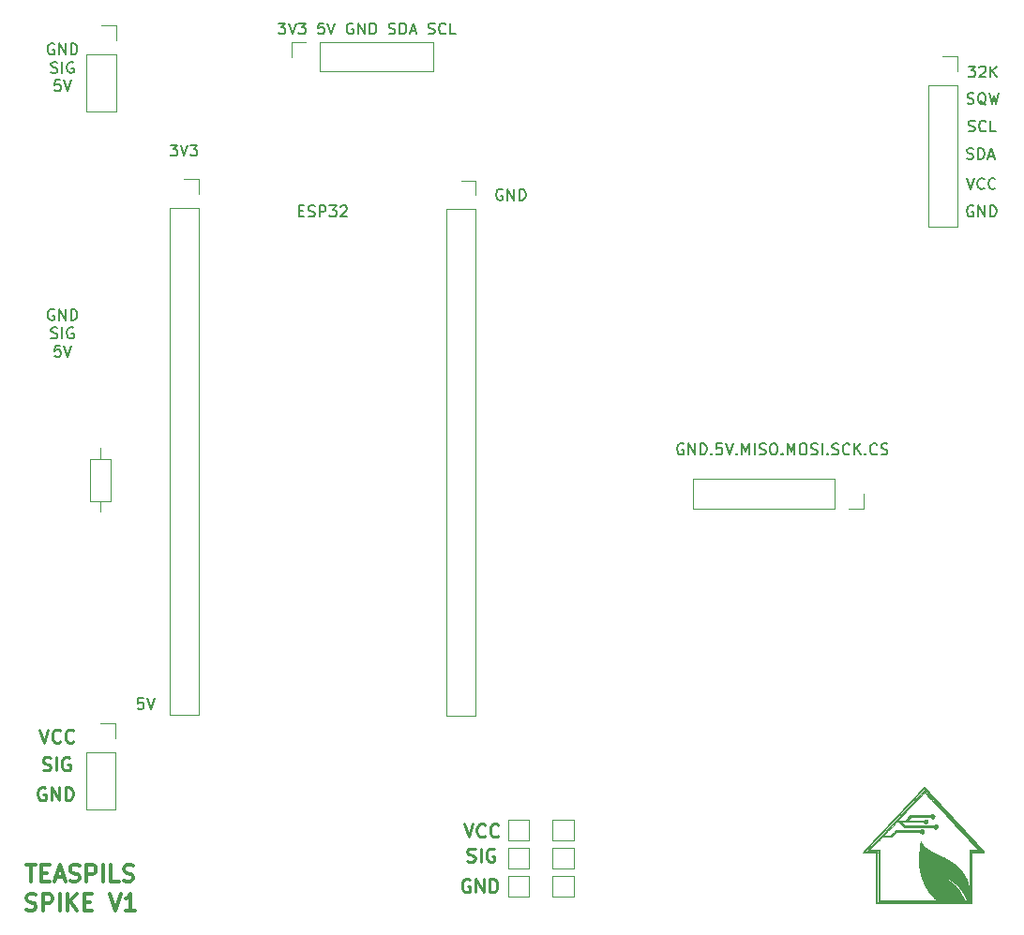
<source format=gto>
G04 #@! TF.GenerationSoftware,KiCad,Pcbnew,(5.1.12)-1*
G04 #@! TF.CreationDate,2021-12-21T16:45:29+01:00*
G04 #@! TF.ProjectId,pcbV3,70636256-332e-46b6-9963-61645f706362,rev?*
G04 #@! TF.SameCoordinates,Original*
G04 #@! TF.FileFunction,Legend,Top*
G04 #@! TF.FilePolarity,Positive*
%FSLAX46Y46*%
G04 Gerber Fmt 4.6, Leading zero omitted, Abs format (unit mm)*
G04 Created by KiCad (PCBNEW (5.1.12)-1) date 2021-12-21 16:45:29*
%MOMM*%
%LPD*%
G01*
G04 APERTURE LIST*
%ADD10C,0.250000*%
%ADD11C,0.375000*%
%ADD12C,0.150000*%
%ADD13C,0.200000*%
%ADD14C,0.120000*%
%ADD15C,0.010000*%
%ADD16R,1.500000X1.500000*%
%ADD17O,1.700000X1.700000*%
%ADD18R,1.700000X1.700000*%
%ADD19C,1.400000*%
%ADD20O,1.400000X1.400000*%
G04 APERTURE END LIST*
D10*
X115571428Y-119185714D02*
X115742857Y-119242857D01*
X116028571Y-119242857D01*
X116142857Y-119185714D01*
X116200000Y-119128571D01*
X116257142Y-119014285D01*
X116257142Y-118900000D01*
X116200000Y-118785714D01*
X116142857Y-118728571D01*
X116028571Y-118671428D01*
X115800000Y-118614285D01*
X115685714Y-118557142D01*
X115628571Y-118500000D01*
X115571428Y-118385714D01*
X115571428Y-118271428D01*
X115628571Y-118157142D01*
X115685714Y-118100000D01*
X115800000Y-118042857D01*
X116085714Y-118042857D01*
X116257142Y-118100000D01*
X116771428Y-119242857D02*
X116771428Y-118042857D01*
X117971428Y-118100000D02*
X117857142Y-118042857D01*
X117685714Y-118042857D01*
X117514285Y-118100000D01*
X117400000Y-118214285D01*
X117342857Y-118328571D01*
X117285714Y-118557142D01*
X117285714Y-118728571D01*
X117342857Y-118957142D01*
X117400000Y-119071428D01*
X117514285Y-119185714D01*
X117685714Y-119242857D01*
X117800000Y-119242857D01*
X117971428Y-119185714D01*
X118028571Y-119128571D01*
X118028571Y-118728571D01*
X117800000Y-118728571D01*
X77435714Y-112550000D02*
X77321428Y-112492857D01*
X77150000Y-112492857D01*
X76978571Y-112550000D01*
X76864285Y-112664285D01*
X76807142Y-112778571D01*
X76750000Y-113007142D01*
X76750000Y-113178571D01*
X76807142Y-113407142D01*
X76864285Y-113521428D01*
X76978571Y-113635714D01*
X77150000Y-113692857D01*
X77264285Y-113692857D01*
X77435714Y-113635714D01*
X77492857Y-113578571D01*
X77492857Y-113178571D01*
X77264285Y-113178571D01*
X78007142Y-113692857D02*
X78007142Y-112492857D01*
X78692857Y-113692857D01*
X78692857Y-112492857D01*
X79264285Y-113692857D02*
X79264285Y-112492857D01*
X79550000Y-112492857D01*
X79721428Y-112550000D01*
X79835714Y-112664285D01*
X79892857Y-112778571D01*
X79950000Y-113007142D01*
X79950000Y-113178571D01*
X79892857Y-113407142D01*
X79835714Y-113521428D01*
X79721428Y-113635714D01*
X79550000Y-113692857D01*
X79264285Y-113692857D01*
X77221428Y-110935714D02*
X77392857Y-110992857D01*
X77678571Y-110992857D01*
X77792857Y-110935714D01*
X77850000Y-110878571D01*
X77907142Y-110764285D01*
X77907142Y-110650000D01*
X77850000Y-110535714D01*
X77792857Y-110478571D01*
X77678571Y-110421428D01*
X77450000Y-110364285D01*
X77335714Y-110307142D01*
X77278571Y-110250000D01*
X77221428Y-110135714D01*
X77221428Y-110021428D01*
X77278571Y-109907142D01*
X77335714Y-109850000D01*
X77450000Y-109792857D01*
X77735714Y-109792857D01*
X77907142Y-109850000D01*
X78421428Y-110992857D02*
X78421428Y-109792857D01*
X79621428Y-109850000D02*
X79507142Y-109792857D01*
X79335714Y-109792857D01*
X79164285Y-109850000D01*
X79050000Y-109964285D01*
X78992857Y-110078571D01*
X78935714Y-110307142D01*
X78935714Y-110478571D01*
X78992857Y-110707142D01*
X79050000Y-110821428D01*
X79164285Y-110935714D01*
X79335714Y-110992857D01*
X79450000Y-110992857D01*
X79621428Y-110935714D01*
X79678571Y-110878571D01*
X79678571Y-110478571D01*
X79450000Y-110478571D01*
X76925000Y-107292857D02*
X77325000Y-108492857D01*
X77725000Y-107292857D01*
X78810714Y-108378571D02*
X78753571Y-108435714D01*
X78582142Y-108492857D01*
X78467857Y-108492857D01*
X78296428Y-108435714D01*
X78182142Y-108321428D01*
X78125000Y-108207142D01*
X78067857Y-107978571D01*
X78067857Y-107807142D01*
X78125000Y-107578571D01*
X78182142Y-107464285D01*
X78296428Y-107350000D01*
X78467857Y-107292857D01*
X78582142Y-107292857D01*
X78753571Y-107350000D01*
X78810714Y-107407142D01*
X80010714Y-108378571D02*
X79953571Y-108435714D01*
X79782142Y-108492857D01*
X79667857Y-108492857D01*
X79496428Y-108435714D01*
X79382142Y-108321428D01*
X79325000Y-108207142D01*
X79267857Y-107978571D01*
X79267857Y-107807142D01*
X79325000Y-107578571D01*
X79382142Y-107464285D01*
X79496428Y-107350000D01*
X79667857Y-107292857D01*
X79782142Y-107292857D01*
X79953571Y-107350000D01*
X80010714Y-107407142D01*
X115275000Y-115817857D02*
X115675000Y-117017857D01*
X116075000Y-115817857D01*
X117160714Y-116903571D02*
X117103571Y-116960714D01*
X116932142Y-117017857D01*
X116817857Y-117017857D01*
X116646428Y-116960714D01*
X116532142Y-116846428D01*
X116475000Y-116732142D01*
X116417857Y-116503571D01*
X116417857Y-116332142D01*
X116475000Y-116103571D01*
X116532142Y-115989285D01*
X116646428Y-115875000D01*
X116817857Y-115817857D01*
X116932142Y-115817857D01*
X117103571Y-115875000D01*
X117160714Y-115932142D01*
X118360714Y-116903571D02*
X118303571Y-116960714D01*
X118132142Y-117017857D01*
X118017857Y-117017857D01*
X117846428Y-116960714D01*
X117732142Y-116846428D01*
X117675000Y-116732142D01*
X117617857Y-116503571D01*
X117617857Y-116332142D01*
X117675000Y-116103571D01*
X117732142Y-115989285D01*
X117846428Y-115875000D01*
X118017857Y-115817857D01*
X118132142Y-115817857D01*
X118303571Y-115875000D01*
X118360714Y-115932142D01*
X115760714Y-120850000D02*
X115646428Y-120792857D01*
X115475000Y-120792857D01*
X115303571Y-120850000D01*
X115189285Y-120964285D01*
X115132142Y-121078571D01*
X115075000Y-121307142D01*
X115075000Y-121478571D01*
X115132142Y-121707142D01*
X115189285Y-121821428D01*
X115303571Y-121935714D01*
X115475000Y-121992857D01*
X115589285Y-121992857D01*
X115760714Y-121935714D01*
X115817857Y-121878571D01*
X115817857Y-121478571D01*
X115589285Y-121478571D01*
X116332142Y-121992857D02*
X116332142Y-120792857D01*
X117017857Y-121992857D01*
X117017857Y-120792857D01*
X117589285Y-121992857D02*
X117589285Y-120792857D01*
X117875000Y-120792857D01*
X118046428Y-120850000D01*
X118160714Y-120964285D01*
X118217857Y-121078571D01*
X118275000Y-121307142D01*
X118275000Y-121478571D01*
X118217857Y-121707142D01*
X118160714Y-121821428D01*
X118046428Y-121935714D01*
X117875000Y-121992857D01*
X117589285Y-121992857D01*
D11*
X75757142Y-119541071D02*
X76614285Y-119541071D01*
X76185714Y-121041071D02*
X76185714Y-119541071D01*
X77114285Y-120255357D02*
X77614285Y-120255357D01*
X77828571Y-121041071D02*
X77114285Y-121041071D01*
X77114285Y-119541071D01*
X77828571Y-119541071D01*
X78400000Y-120612500D02*
X79114285Y-120612500D01*
X78257142Y-121041071D02*
X78757142Y-119541071D01*
X79257142Y-121041071D01*
X79685714Y-120969642D02*
X79900000Y-121041071D01*
X80257142Y-121041071D01*
X80400000Y-120969642D01*
X80471428Y-120898214D01*
X80542857Y-120755357D01*
X80542857Y-120612500D01*
X80471428Y-120469642D01*
X80400000Y-120398214D01*
X80257142Y-120326785D01*
X79971428Y-120255357D01*
X79828571Y-120183928D01*
X79757142Y-120112500D01*
X79685714Y-119969642D01*
X79685714Y-119826785D01*
X79757142Y-119683928D01*
X79828571Y-119612500D01*
X79971428Y-119541071D01*
X80328571Y-119541071D01*
X80542857Y-119612500D01*
X81185714Y-121041071D02*
X81185714Y-119541071D01*
X81757142Y-119541071D01*
X81900000Y-119612500D01*
X81971428Y-119683928D01*
X82042857Y-119826785D01*
X82042857Y-120041071D01*
X81971428Y-120183928D01*
X81900000Y-120255357D01*
X81757142Y-120326785D01*
X81185714Y-120326785D01*
X82685714Y-121041071D02*
X82685714Y-119541071D01*
X84114285Y-121041071D02*
X83400000Y-121041071D01*
X83400000Y-119541071D01*
X84542857Y-120969642D02*
X84757142Y-121041071D01*
X85114285Y-121041071D01*
X85257142Y-120969642D01*
X85328571Y-120898214D01*
X85400000Y-120755357D01*
X85400000Y-120612500D01*
X85328571Y-120469642D01*
X85257142Y-120398214D01*
X85114285Y-120326785D01*
X84828571Y-120255357D01*
X84685714Y-120183928D01*
X84614285Y-120112500D01*
X84542857Y-119969642D01*
X84542857Y-119826785D01*
X84614285Y-119683928D01*
X84685714Y-119612500D01*
X84828571Y-119541071D01*
X85185714Y-119541071D01*
X85400000Y-119612500D01*
X75757142Y-123594642D02*
X75971428Y-123666071D01*
X76328571Y-123666071D01*
X76471428Y-123594642D01*
X76542857Y-123523214D01*
X76614285Y-123380357D01*
X76614285Y-123237500D01*
X76542857Y-123094642D01*
X76471428Y-123023214D01*
X76328571Y-122951785D01*
X76042857Y-122880357D01*
X75900000Y-122808928D01*
X75828571Y-122737500D01*
X75757142Y-122594642D01*
X75757142Y-122451785D01*
X75828571Y-122308928D01*
X75900000Y-122237500D01*
X76042857Y-122166071D01*
X76400000Y-122166071D01*
X76614285Y-122237500D01*
X77257142Y-123666071D02*
X77257142Y-122166071D01*
X77828571Y-122166071D01*
X77971428Y-122237500D01*
X78042857Y-122308928D01*
X78114285Y-122451785D01*
X78114285Y-122666071D01*
X78042857Y-122808928D01*
X77971428Y-122880357D01*
X77828571Y-122951785D01*
X77257142Y-122951785D01*
X78757142Y-123666071D02*
X78757142Y-122166071D01*
X79471428Y-123666071D02*
X79471428Y-122166071D01*
X80328571Y-123666071D02*
X79685714Y-122808928D01*
X80328571Y-122166071D02*
X79471428Y-123023214D01*
X80971428Y-122880357D02*
X81471428Y-122880357D01*
X81685714Y-123666071D02*
X80971428Y-123666071D01*
X80971428Y-122166071D01*
X81685714Y-122166071D01*
X83257142Y-122166071D02*
X83757142Y-123666071D01*
X84257142Y-122166071D01*
X85542857Y-123666071D02*
X84685714Y-123666071D01*
X85114285Y-123666071D02*
X85114285Y-122166071D01*
X84971428Y-122380357D01*
X84828571Y-122523214D01*
X84685714Y-122594642D01*
D12*
X100357142Y-60428571D02*
X100690476Y-60428571D01*
X100833333Y-60952380D02*
X100357142Y-60952380D01*
X100357142Y-59952380D01*
X100833333Y-59952380D01*
X101214285Y-60904761D02*
X101357142Y-60952380D01*
X101595238Y-60952380D01*
X101690476Y-60904761D01*
X101738095Y-60857142D01*
X101785714Y-60761904D01*
X101785714Y-60666666D01*
X101738095Y-60571428D01*
X101690476Y-60523809D01*
X101595238Y-60476190D01*
X101404761Y-60428571D01*
X101309523Y-60380952D01*
X101261904Y-60333333D01*
X101214285Y-60238095D01*
X101214285Y-60142857D01*
X101261904Y-60047619D01*
X101309523Y-60000000D01*
X101404761Y-59952380D01*
X101642857Y-59952380D01*
X101785714Y-60000000D01*
X102214285Y-60952380D02*
X102214285Y-59952380D01*
X102595238Y-59952380D01*
X102690476Y-60000000D01*
X102738095Y-60047619D01*
X102785714Y-60142857D01*
X102785714Y-60285714D01*
X102738095Y-60380952D01*
X102690476Y-60428571D01*
X102595238Y-60476190D01*
X102214285Y-60476190D01*
X103119047Y-59952380D02*
X103738095Y-59952380D01*
X103404761Y-60333333D01*
X103547619Y-60333333D01*
X103642857Y-60380952D01*
X103690476Y-60428571D01*
X103738095Y-60523809D01*
X103738095Y-60761904D01*
X103690476Y-60857142D01*
X103642857Y-60904761D01*
X103547619Y-60952380D01*
X103261904Y-60952380D01*
X103166666Y-60904761D01*
X103119047Y-60857142D01*
X104119047Y-60047619D02*
X104166666Y-60000000D01*
X104261904Y-59952380D01*
X104500000Y-59952380D01*
X104595238Y-60000000D01*
X104642857Y-60047619D01*
X104690476Y-60142857D01*
X104690476Y-60238095D01*
X104642857Y-60380952D01*
X104071428Y-60952380D01*
X104690476Y-60952380D01*
X161238095Y-60000000D02*
X161142857Y-59952380D01*
X161000000Y-59952380D01*
X160857142Y-60000000D01*
X160761904Y-60095238D01*
X160714285Y-60190476D01*
X160666666Y-60380952D01*
X160666666Y-60523809D01*
X160714285Y-60714285D01*
X160761904Y-60809523D01*
X160857142Y-60904761D01*
X161000000Y-60952380D01*
X161095238Y-60952380D01*
X161238095Y-60904761D01*
X161285714Y-60857142D01*
X161285714Y-60523809D01*
X161095238Y-60523809D01*
X161714285Y-60952380D02*
X161714285Y-59952380D01*
X162285714Y-60952380D01*
X162285714Y-59952380D01*
X162761904Y-60952380D02*
X162761904Y-59952380D01*
X163000000Y-59952380D01*
X163142857Y-60000000D01*
X163238095Y-60095238D01*
X163285714Y-60190476D01*
X163333333Y-60380952D01*
X163333333Y-60523809D01*
X163285714Y-60714285D01*
X163238095Y-60809523D01*
X163142857Y-60904761D01*
X163000000Y-60952380D01*
X162761904Y-60952380D01*
X160666666Y-57452380D02*
X161000000Y-58452380D01*
X161333333Y-57452380D01*
X162238095Y-58357142D02*
X162190476Y-58404761D01*
X162047619Y-58452380D01*
X161952380Y-58452380D01*
X161809523Y-58404761D01*
X161714285Y-58309523D01*
X161666666Y-58214285D01*
X161619047Y-58023809D01*
X161619047Y-57880952D01*
X161666666Y-57690476D01*
X161714285Y-57595238D01*
X161809523Y-57500000D01*
X161952380Y-57452380D01*
X162047619Y-57452380D01*
X162190476Y-57500000D01*
X162238095Y-57547619D01*
X163238095Y-58357142D02*
X163190476Y-58404761D01*
X163047619Y-58452380D01*
X162952380Y-58452380D01*
X162809523Y-58404761D01*
X162714285Y-58309523D01*
X162666666Y-58214285D01*
X162619047Y-58023809D01*
X162619047Y-57880952D01*
X162666666Y-57690476D01*
X162714285Y-57595238D01*
X162809523Y-57500000D01*
X162952380Y-57452380D01*
X163047619Y-57452380D01*
X163190476Y-57500000D01*
X163238095Y-57547619D01*
X160685714Y-55704761D02*
X160828571Y-55752380D01*
X161066666Y-55752380D01*
X161161904Y-55704761D01*
X161209523Y-55657142D01*
X161257142Y-55561904D01*
X161257142Y-55466666D01*
X161209523Y-55371428D01*
X161161904Y-55323809D01*
X161066666Y-55276190D01*
X160876190Y-55228571D01*
X160780952Y-55180952D01*
X160733333Y-55133333D01*
X160685714Y-55038095D01*
X160685714Y-54942857D01*
X160733333Y-54847619D01*
X160780952Y-54800000D01*
X160876190Y-54752380D01*
X161114285Y-54752380D01*
X161257142Y-54800000D01*
X161685714Y-55752380D02*
X161685714Y-54752380D01*
X161923809Y-54752380D01*
X162066666Y-54800000D01*
X162161904Y-54895238D01*
X162209523Y-54990476D01*
X162257142Y-55180952D01*
X162257142Y-55323809D01*
X162209523Y-55514285D01*
X162161904Y-55609523D01*
X162066666Y-55704761D01*
X161923809Y-55752380D01*
X161685714Y-55752380D01*
X162638095Y-55466666D02*
X163114285Y-55466666D01*
X162542857Y-55752380D02*
X162876190Y-54752380D01*
X163209523Y-55752380D01*
X160809523Y-53204761D02*
X160952380Y-53252380D01*
X161190476Y-53252380D01*
X161285714Y-53204761D01*
X161333333Y-53157142D01*
X161380952Y-53061904D01*
X161380952Y-52966666D01*
X161333333Y-52871428D01*
X161285714Y-52823809D01*
X161190476Y-52776190D01*
X161000000Y-52728571D01*
X160904761Y-52680952D01*
X160857142Y-52633333D01*
X160809523Y-52538095D01*
X160809523Y-52442857D01*
X160857142Y-52347619D01*
X160904761Y-52300000D01*
X161000000Y-52252380D01*
X161238095Y-52252380D01*
X161380952Y-52300000D01*
X162380952Y-53157142D02*
X162333333Y-53204761D01*
X162190476Y-53252380D01*
X162095238Y-53252380D01*
X161952380Y-53204761D01*
X161857142Y-53109523D01*
X161809523Y-53014285D01*
X161761904Y-52823809D01*
X161761904Y-52680952D01*
X161809523Y-52490476D01*
X161857142Y-52395238D01*
X161952380Y-52300000D01*
X162095238Y-52252380D01*
X162190476Y-52252380D01*
X162333333Y-52300000D01*
X162380952Y-52347619D01*
X163285714Y-53252380D02*
X162809523Y-53252380D01*
X162809523Y-52252380D01*
X160719047Y-50704761D02*
X160861904Y-50752380D01*
X161100000Y-50752380D01*
X161195238Y-50704761D01*
X161242857Y-50657142D01*
X161290476Y-50561904D01*
X161290476Y-50466666D01*
X161242857Y-50371428D01*
X161195238Y-50323809D01*
X161100000Y-50276190D01*
X160909523Y-50228571D01*
X160814285Y-50180952D01*
X160766666Y-50133333D01*
X160719047Y-50038095D01*
X160719047Y-49942857D01*
X160766666Y-49847619D01*
X160814285Y-49800000D01*
X160909523Y-49752380D01*
X161147619Y-49752380D01*
X161290476Y-49800000D01*
X162385714Y-50847619D02*
X162290476Y-50800000D01*
X162195238Y-50704761D01*
X162052380Y-50561904D01*
X161957142Y-50514285D01*
X161861904Y-50514285D01*
X161909523Y-50752380D02*
X161814285Y-50704761D01*
X161719047Y-50609523D01*
X161671428Y-50419047D01*
X161671428Y-50085714D01*
X161719047Y-49895238D01*
X161814285Y-49800000D01*
X161909523Y-49752380D01*
X162100000Y-49752380D01*
X162195238Y-49800000D01*
X162290476Y-49895238D01*
X162338095Y-50085714D01*
X162338095Y-50419047D01*
X162290476Y-50609523D01*
X162195238Y-50704761D01*
X162100000Y-50752380D01*
X161909523Y-50752380D01*
X162671428Y-49752380D02*
X162909523Y-50752380D01*
X163100000Y-50038095D01*
X163290476Y-50752380D01*
X163528571Y-49752380D01*
X160790476Y-47352380D02*
X161409523Y-47352380D01*
X161076190Y-47733333D01*
X161219047Y-47733333D01*
X161314285Y-47780952D01*
X161361904Y-47828571D01*
X161409523Y-47923809D01*
X161409523Y-48161904D01*
X161361904Y-48257142D01*
X161314285Y-48304761D01*
X161219047Y-48352380D01*
X160933333Y-48352380D01*
X160838095Y-48304761D01*
X160790476Y-48257142D01*
X161790476Y-47447619D02*
X161838095Y-47400000D01*
X161933333Y-47352380D01*
X162171428Y-47352380D01*
X162266666Y-47400000D01*
X162314285Y-47447619D01*
X162361904Y-47542857D01*
X162361904Y-47638095D01*
X162314285Y-47780952D01*
X161742857Y-48352380D01*
X162361904Y-48352380D01*
X162790476Y-48352380D02*
X162790476Y-47352380D01*
X163361904Y-48352380D02*
X162933333Y-47780952D01*
X163361904Y-47352380D02*
X162790476Y-47923809D01*
X135071428Y-81500000D02*
X134976190Y-81452380D01*
X134833333Y-81452380D01*
X134690476Y-81500000D01*
X134595238Y-81595238D01*
X134547619Y-81690476D01*
X134500000Y-81880952D01*
X134500000Y-82023809D01*
X134547619Y-82214285D01*
X134595238Y-82309523D01*
X134690476Y-82404761D01*
X134833333Y-82452380D01*
X134928571Y-82452380D01*
X135071428Y-82404761D01*
X135119047Y-82357142D01*
X135119047Y-82023809D01*
X134928571Y-82023809D01*
X135547619Y-82452380D02*
X135547619Y-81452380D01*
X136119047Y-82452380D01*
X136119047Y-81452380D01*
X136595238Y-82452380D02*
X136595238Y-81452380D01*
X136833333Y-81452380D01*
X136976190Y-81500000D01*
X137071428Y-81595238D01*
X137119047Y-81690476D01*
X137166666Y-81880952D01*
X137166666Y-82023809D01*
X137119047Y-82214285D01*
X137071428Y-82309523D01*
X136976190Y-82404761D01*
X136833333Y-82452380D01*
X136595238Y-82452380D01*
X137595238Y-82357142D02*
X137642857Y-82404761D01*
X137595238Y-82452380D01*
X137547619Y-82404761D01*
X137595238Y-82357142D01*
X137595238Y-82452380D01*
X138547619Y-81452380D02*
X138071428Y-81452380D01*
X138023809Y-81928571D01*
X138071428Y-81880952D01*
X138166666Y-81833333D01*
X138404761Y-81833333D01*
X138500000Y-81880952D01*
X138547619Y-81928571D01*
X138595238Y-82023809D01*
X138595238Y-82261904D01*
X138547619Y-82357142D01*
X138500000Y-82404761D01*
X138404761Y-82452380D01*
X138166666Y-82452380D01*
X138071428Y-82404761D01*
X138023809Y-82357142D01*
X138880952Y-81452380D02*
X139214285Y-82452380D01*
X139547619Y-81452380D01*
X139880952Y-82357142D02*
X139928571Y-82404761D01*
X139880952Y-82452380D01*
X139833333Y-82404761D01*
X139880952Y-82357142D01*
X139880952Y-82452380D01*
X140357142Y-82452380D02*
X140357142Y-81452380D01*
X140690476Y-82166666D01*
X141023809Y-81452380D01*
X141023809Y-82452380D01*
X141500000Y-82452380D02*
X141500000Y-81452380D01*
X141928571Y-82404761D02*
X142071428Y-82452380D01*
X142309523Y-82452380D01*
X142404761Y-82404761D01*
X142452380Y-82357142D01*
X142500000Y-82261904D01*
X142500000Y-82166666D01*
X142452380Y-82071428D01*
X142404761Y-82023809D01*
X142309523Y-81976190D01*
X142119047Y-81928571D01*
X142023809Y-81880952D01*
X141976190Y-81833333D01*
X141928571Y-81738095D01*
X141928571Y-81642857D01*
X141976190Y-81547619D01*
X142023809Y-81500000D01*
X142119047Y-81452380D01*
X142357142Y-81452380D01*
X142500000Y-81500000D01*
X143119047Y-81452380D02*
X143309523Y-81452380D01*
X143404761Y-81500000D01*
X143500000Y-81595238D01*
X143547619Y-81785714D01*
X143547619Y-82119047D01*
X143500000Y-82309523D01*
X143404761Y-82404761D01*
X143309523Y-82452380D01*
X143119047Y-82452380D01*
X143023809Y-82404761D01*
X142928571Y-82309523D01*
X142880952Y-82119047D01*
X142880952Y-81785714D01*
X142928571Y-81595238D01*
X143023809Y-81500000D01*
X143119047Y-81452380D01*
X143976190Y-82357142D02*
X144023809Y-82404761D01*
X143976190Y-82452380D01*
X143928571Y-82404761D01*
X143976190Y-82357142D01*
X143976190Y-82452380D01*
X144452380Y-82452380D02*
X144452380Y-81452380D01*
X144785714Y-82166666D01*
X145119047Y-81452380D01*
X145119047Y-82452380D01*
X145785714Y-81452380D02*
X145976190Y-81452380D01*
X146071428Y-81500000D01*
X146166666Y-81595238D01*
X146214285Y-81785714D01*
X146214285Y-82119047D01*
X146166666Y-82309523D01*
X146071428Y-82404761D01*
X145976190Y-82452380D01*
X145785714Y-82452380D01*
X145690476Y-82404761D01*
X145595238Y-82309523D01*
X145547619Y-82119047D01*
X145547619Y-81785714D01*
X145595238Y-81595238D01*
X145690476Y-81500000D01*
X145785714Y-81452380D01*
X146595238Y-82404761D02*
X146738095Y-82452380D01*
X146976190Y-82452380D01*
X147071428Y-82404761D01*
X147119047Y-82357142D01*
X147166666Y-82261904D01*
X147166666Y-82166666D01*
X147119047Y-82071428D01*
X147071428Y-82023809D01*
X146976190Y-81976190D01*
X146785714Y-81928571D01*
X146690476Y-81880952D01*
X146642857Y-81833333D01*
X146595238Y-81738095D01*
X146595238Y-81642857D01*
X146642857Y-81547619D01*
X146690476Y-81500000D01*
X146785714Y-81452380D01*
X147023809Y-81452380D01*
X147166666Y-81500000D01*
X147595238Y-82452380D02*
X147595238Y-81452380D01*
X148071428Y-82357142D02*
X148119047Y-82404761D01*
X148071428Y-82452380D01*
X148023809Y-82404761D01*
X148071428Y-82357142D01*
X148071428Y-82452380D01*
X148500000Y-82404761D02*
X148642857Y-82452380D01*
X148880952Y-82452380D01*
X148976190Y-82404761D01*
X149023809Y-82357142D01*
X149071428Y-82261904D01*
X149071428Y-82166666D01*
X149023809Y-82071428D01*
X148976190Y-82023809D01*
X148880952Y-81976190D01*
X148690476Y-81928571D01*
X148595238Y-81880952D01*
X148547619Y-81833333D01*
X148500000Y-81738095D01*
X148500000Y-81642857D01*
X148547619Y-81547619D01*
X148595238Y-81500000D01*
X148690476Y-81452380D01*
X148928571Y-81452380D01*
X149071428Y-81500000D01*
X150071428Y-82357142D02*
X150023809Y-82404761D01*
X149880952Y-82452380D01*
X149785714Y-82452380D01*
X149642857Y-82404761D01*
X149547619Y-82309523D01*
X149500000Y-82214285D01*
X149452380Y-82023809D01*
X149452380Y-81880952D01*
X149500000Y-81690476D01*
X149547619Y-81595238D01*
X149642857Y-81500000D01*
X149785714Y-81452380D01*
X149880952Y-81452380D01*
X150023809Y-81500000D01*
X150071428Y-81547619D01*
X150500000Y-82452380D02*
X150500000Y-81452380D01*
X151071428Y-82452380D02*
X150642857Y-81880952D01*
X151071428Y-81452380D02*
X150500000Y-82023809D01*
X151500000Y-82357142D02*
X151547619Y-82404761D01*
X151500000Y-82452380D01*
X151452380Y-82404761D01*
X151500000Y-82357142D01*
X151500000Y-82452380D01*
X152547619Y-82357142D02*
X152500000Y-82404761D01*
X152357142Y-82452380D01*
X152261904Y-82452380D01*
X152119047Y-82404761D01*
X152023809Y-82309523D01*
X151976190Y-82214285D01*
X151928571Y-82023809D01*
X151928571Y-81880952D01*
X151976190Y-81690476D01*
X152023809Y-81595238D01*
X152119047Y-81500000D01*
X152261904Y-81452380D01*
X152357142Y-81452380D01*
X152500000Y-81500000D01*
X152547619Y-81547619D01*
X152928571Y-82404761D02*
X153071428Y-82452380D01*
X153309523Y-82452380D01*
X153404761Y-82404761D01*
X153452380Y-82357142D01*
X153500000Y-82261904D01*
X153500000Y-82166666D01*
X153452380Y-82071428D01*
X153404761Y-82023809D01*
X153309523Y-81976190D01*
X153119047Y-81928571D01*
X153023809Y-81880952D01*
X152976190Y-81833333D01*
X152928571Y-81738095D01*
X152928571Y-81642857D01*
X152976190Y-81547619D01*
X153023809Y-81500000D01*
X153119047Y-81452380D01*
X153357142Y-81452380D01*
X153500000Y-81500000D01*
X78238095Y-69350000D02*
X78142857Y-69302380D01*
X78000000Y-69302380D01*
X77857142Y-69350000D01*
X77761904Y-69445238D01*
X77714285Y-69540476D01*
X77666666Y-69730952D01*
X77666666Y-69873809D01*
X77714285Y-70064285D01*
X77761904Y-70159523D01*
X77857142Y-70254761D01*
X78000000Y-70302380D01*
X78095238Y-70302380D01*
X78238095Y-70254761D01*
X78285714Y-70207142D01*
X78285714Y-69873809D01*
X78095238Y-69873809D01*
X78714285Y-70302380D02*
X78714285Y-69302380D01*
X79285714Y-70302380D01*
X79285714Y-69302380D01*
X79761904Y-70302380D02*
X79761904Y-69302380D01*
X80000000Y-69302380D01*
X80142857Y-69350000D01*
X80238095Y-69445238D01*
X80285714Y-69540476D01*
X80333333Y-69730952D01*
X80333333Y-69873809D01*
X80285714Y-70064285D01*
X80238095Y-70159523D01*
X80142857Y-70254761D01*
X80000000Y-70302380D01*
X79761904Y-70302380D01*
X77976190Y-71904761D02*
X78119047Y-71952380D01*
X78357142Y-71952380D01*
X78452380Y-71904761D01*
X78500000Y-71857142D01*
X78547619Y-71761904D01*
X78547619Y-71666666D01*
X78500000Y-71571428D01*
X78452380Y-71523809D01*
X78357142Y-71476190D01*
X78166666Y-71428571D01*
X78071428Y-71380952D01*
X78023809Y-71333333D01*
X77976190Y-71238095D01*
X77976190Y-71142857D01*
X78023809Y-71047619D01*
X78071428Y-71000000D01*
X78166666Y-70952380D01*
X78404761Y-70952380D01*
X78547619Y-71000000D01*
X78976190Y-71952380D02*
X78976190Y-70952380D01*
X79976190Y-71000000D02*
X79880952Y-70952380D01*
X79738095Y-70952380D01*
X79595238Y-71000000D01*
X79500000Y-71095238D01*
X79452380Y-71190476D01*
X79404761Y-71380952D01*
X79404761Y-71523809D01*
X79452380Y-71714285D01*
X79500000Y-71809523D01*
X79595238Y-71904761D01*
X79738095Y-71952380D01*
X79833333Y-71952380D01*
X79976190Y-71904761D01*
X80023809Y-71857142D01*
X80023809Y-71523809D01*
X79833333Y-71523809D01*
X78809523Y-72602380D02*
X78333333Y-72602380D01*
X78285714Y-73078571D01*
X78333333Y-73030952D01*
X78428571Y-72983333D01*
X78666666Y-72983333D01*
X78761904Y-73030952D01*
X78809523Y-73078571D01*
X78857142Y-73173809D01*
X78857142Y-73411904D01*
X78809523Y-73507142D01*
X78761904Y-73554761D01*
X78666666Y-73602380D01*
X78428571Y-73602380D01*
X78333333Y-73554761D01*
X78285714Y-73507142D01*
X79142857Y-72602380D02*
X79476190Y-73602380D01*
X79809523Y-72602380D01*
X78238095Y-45350000D02*
X78142857Y-45302380D01*
X78000000Y-45302380D01*
X77857142Y-45350000D01*
X77761904Y-45445238D01*
X77714285Y-45540476D01*
X77666666Y-45730952D01*
X77666666Y-45873809D01*
X77714285Y-46064285D01*
X77761904Y-46159523D01*
X77857142Y-46254761D01*
X78000000Y-46302380D01*
X78095238Y-46302380D01*
X78238095Y-46254761D01*
X78285714Y-46207142D01*
X78285714Y-45873809D01*
X78095238Y-45873809D01*
X78714285Y-46302380D02*
X78714285Y-45302380D01*
X79285714Y-46302380D01*
X79285714Y-45302380D01*
X79761904Y-46302380D02*
X79761904Y-45302380D01*
X80000000Y-45302380D01*
X80142857Y-45350000D01*
X80238095Y-45445238D01*
X80285714Y-45540476D01*
X80333333Y-45730952D01*
X80333333Y-45873809D01*
X80285714Y-46064285D01*
X80238095Y-46159523D01*
X80142857Y-46254761D01*
X80000000Y-46302380D01*
X79761904Y-46302380D01*
X77976190Y-47904761D02*
X78119047Y-47952380D01*
X78357142Y-47952380D01*
X78452380Y-47904761D01*
X78500000Y-47857142D01*
X78547619Y-47761904D01*
X78547619Y-47666666D01*
X78500000Y-47571428D01*
X78452380Y-47523809D01*
X78357142Y-47476190D01*
X78166666Y-47428571D01*
X78071428Y-47380952D01*
X78023809Y-47333333D01*
X77976190Y-47238095D01*
X77976190Y-47142857D01*
X78023809Y-47047619D01*
X78071428Y-47000000D01*
X78166666Y-46952380D01*
X78404761Y-46952380D01*
X78547619Y-47000000D01*
X78976190Y-47952380D02*
X78976190Y-46952380D01*
X79976190Y-47000000D02*
X79880952Y-46952380D01*
X79738095Y-46952380D01*
X79595238Y-47000000D01*
X79500000Y-47095238D01*
X79452380Y-47190476D01*
X79404761Y-47380952D01*
X79404761Y-47523809D01*
X79452380Y-47714285D01*
X79500000Y-47809523D01*
X79595238Y-47904761D01*
X79738095Y-47952380D01*
X79833333Y-47952380D01*
X79976190Y-47904761D01*
X80023809Y-47857142D01*
X80023809Y-47523809D01*
X79833333Y-47523809D01*
X78809523Y-48602380D02*
X78333333Y-48602380D01*
X78285714Y-49078571D01*
X78333333Y-49030952D01*
X78428571Y-48983333D01*
X78666666Y-48983333D01*
X78761904Y-49030952D01*
X78809523Y-49078571D01*
X78857142Y-49173809D01*
X78857142Y-49411904D01*
X78809523Y-49507142D01*
X78761904Y-49554761D01*
X78666666Y-49602380D01*
X78428571Y-49602380D01*
X78333333Y-49554761D01*
X78285714Y-49507142D01*
X79142857Y-48602380D02*
X79476190Y-49602380D01*
X79809523Y-48602380D01*
X98523809Y-43452380D02*
X99142857Y-43452380D01*
X98809523Y-43833333D01*
X98952380Y-43833333D01*
X99047619Y-43880952D01*
X99095238Y-43928571D01*
X99142857Y-44023809D01*
X99142857Y-44261904D01*
X99095238Y-44357142D01*
X99047619Y-44404761D01*
X98952380Y-44452380D01*
X98666666Y-44452380D01*
X98571428Y-44404761D01*
X98523809Y-44357142D01*
X99428571Y-43452380D02*
X99761904Y-44452380D01*
X100095238Y-43452380D01*
X100333333Y-43452380D02*
X100952380Y-43452380D01*
X100619047Y-43833333D01*
X100761904Y-43833333D01*
X100857142Y-43880952D01*
X100904761Y-43928571D01*
X100952380Y-44023809D01*
X100952380Y-44261904D01*
X100904761Y-44357142D01*
X100857142Y-44404761D01*
X100761904Y-44452380D01*
X100476190Y-44452380D01*
X100380952Y-44404761D01*
X100333333Y-44357142D01*
X102619047Y-43452380D02*
X102142857Y-43452380D01*
X102095238Y-43928571D01*
X102142857Y-43880952D01*
X102238095Y-43833333D01*
X102476190Y-43833333D01*
X102571428Y-43880952D01*
X102619047Y-43928571D01*
X102666666Y-44023809D01*
X102666666Y-44261904D01*
X102619047Y-44357142D01*
X102571428Y-44404761D01*
X102476190Y-44452380D01*
X102238095Y-44452380D01*
X102142857Y-44404761D01*
X102095238Y-44357142D01*
X102952380Y-43452380D02*
X103285714Y-44452380D01*
X103619047Y-43452380D01*
X105238095Y-43500000D02*
X105142857Y-43452380D01*
X104999999Y-43452380D01*
X104857142Y-43500000D01*
X104761904Y-43595238D01*
X104714285Y-43690476D01*
X104666666Y-43880952D01*
X104666666Y-44023809D01*
X104714285Y-44214285D01*
X104761904Y-44309523D01*
X104857142Y-44404761D01*
X104999999Y-44452380D01*
X105095238Y-44452380D01*
X105238095Y-44404761D01*
X105285714Y-44357142D01*
X105285714Y-44023809D01*
X105095238Y-44023809D01*
X105714285Y-44452380D02*
X105714285Y-43452380D01*
X106285714Y-44452380D01*
X106285714Y-43452380D01*
X106761904Y-44452380D02*
X106761904Y-43452380D01*
X107000000Y-43452380D01*
X107142857Y-43500000D01*
X107238095Y-43595238D01*
X107285714Y-43690476D01*
X107333333Y-43880952D01*
X107333333Y-44023809D01*
X107285714Y-44214285D01*
X107238095Y-44309523D01*
X107142857Y-44404761D01*
X107000000Y-44452380D01*
X106761904Y-44452380D01*
X108476190Y-44404761D02*
X108619047Y-44452380D01*
X108857142Y-44452380D01*
X108952380Y-44404761D01*
X108999999Y-44357142D01*
X109047619Y-44261904D01*
X109047619Y-44166666D01*
X108999999Y-44071428D01*
X108952380Y-44023809D01*
X108857142Y-43976190D01*
X108666666Y-43928571D01*
X108571428Y-43880952D01*
X108523809Y-43833333D01*
X108476190Y-43738095D01*
X108476190Y-43642857D01*
X108523809Y-43547619D01*
X108571428Y-43500000D01*
X108666666Y-43452380D01*
X108904761Y-43452380D01*
X109047619Y-43500000D01*
X109476190Y-44452380D02*
X109476190Y-43452380D01*
X109714285Y-43452380D01*
X109857142Y-43500000D01*
X109952380Y-43595238D01*
X109999999Y-43690476D01*
X110047619Y-43880952D01*
X110047619Y-44023809D01*
X109999999Y-44214285D01*
X109952380Y-44309523D01*
X109857142Y-44404761D01*
X109714285Y-44452380D01*
X109476190Y-44452380D01*
X110428571Y-44166666D02*
X110904761Y-44166666D01*
X110333333Y-44452380D02*
X110666666Y-43452380D01*
X110999999Y-44452380D01*
X112047619Y-44404761D02*
X112190476Y-44452380D01*
X112428571Y-44452380D01*
X112523809Y-44404761D01*
X112571428Y-44357142D01*
X112619047Y-44261904D01*
X112619047Y-44166666D01*
X112571428Y-44071428D01*
X112523809Y-44023809D01*
X112428571Y-43976190D01*
X112238095Y-43928571D01*
X112142857Y-43880952D01*
X112095238Y-43833333D01*
X112047619Y-43738095D01*
X112047619Y-43642857D01*
X112095238Y-43547619D01*
X112142857Y-43500000D01*
X112238095Y-43452380D01*
X112476190Y-43452380D01*
X112619047Y-43500000D01*
X113619047Y-44357142D02*
X113571428Y-44404761D01*
X113428571Y-44452380D01*
X113333333Y-44452380D01*
X113190476Y-44404761D01*
X113095238Y-44309523D01*
X113047619Y-44214285D01*
X112999999Y-44023809D01*
X112999999Y-43880952D01*
X113047619Y-43690476D01*
X113095238Y-43595238D01*
X113190476Y-43500000D01*
X113333333Y-43452380D01*
X113428571Y-43452380D01*
X113571428Y-43500000D01*
X113619047Y-43547619D01*
X114523809Y-44452380D02*
X114047619Y-44452380D01*
X114047619Y-43452380D01*
X118738095Y-58500000D02*
X118642857Y-58452380D01*
X118500000Y-58452380D01*
X118357142Y-58500000D01*
X118261904Y-58595238D01*
X118214285Y-58690476D01*
X118166666Y-58880952D01*
X118166666Y-59023809D01*
X118214285Y-59214285D01*
X118261904Y-59309523D01*
X118357142Y-59404761D01*
X118500000Y-59452380D01*
X118595238Y-59452380D01*
X118738095Y-59404761D01*
X118785714Y-59357142D01*
X118785714Y-59023809D01*
X118595238Y-59023809D01*
X119214285Y-59452380D02*
X119214285Y-58452380D01*
X119785714Y-59452380D01*
X119785714Y-58452380D01*
X120261904Y-59452380D02*
X120261904Y-58452380D01*
X120500000Y-58452380D01*
X120642857Y-58500000D01*
X120738095Y-58595238D01*
X120785714Y-58690476D01*
X120833333Y-58880952D01*
X120833333Y-59023809D01*
X120785714Y-59214285D01*
X120738095Y-59309523D01*
X120642857Y-59404761D01*
X120500000Y-59452380D01*
X120261904Y-59452380D01*
X86309523Y-104452380D02*
X85833333Y-104452380D01*
X85785714Y-104928571D01*
X85833333Y-104880952D01*
X85928571Y-104833333D01*
X86166666Y-104833333D01*
X86261904Y-104880952D01*
X86309523Y-104928571D01*
X86357142Y-105023809D01*
X86357142Y-105261904D01*
X86309523Y-105357142D01*
X86261904Y-105404761D01*
X86166666Y-105452380D01*
X85928571Y-105452380D01*
X85833333Y-105404761D01*
X85785714Y-105357142D01*
X86642857Y-104452380D02*
X86976190Y-105452380D01*
X87309523Y-104452380D01*
X88761904Y-54452380D02*
X89380952Y-54452380D01*
X89047619Y-54833333D01*
X89190476Y-54833333D01*
X89285714Y-54880952D01*
X89333333Y-54928571D01*
X89380952Y-55023809D01*
X89380952Y-55261904D01*
X89333333Y-55357142D01*
X89285714Y-55404761D01*
X89190476Y-55452380D01*
X88904761Y-55452380D01*
X88809523Y-55404761D01*
X88761904Y-55357142D01*
X89666666Y-54452380D02*
X90000000Y-55452380D01*
X90333333Y-54452380D01*
X90571428Y-54452380D02*
X91190476Y-54452380D01*
X90857142Y-54833333D01*
X91000000Y-54833333D01*
X91095238Y-54880952D01*
X91142857Y-54928571D01*
X91190476Y-55023809D01*
X91190476Y-55261904D01*
X91142857Y-55357142D01*
X91095238Y-55404761D01*
X91000000Y-55452380D01*
X90714285Y-55452380D01*
X90619047Y-55404761D01*
X90571428Y-55357142D01*
D13*
X161115000Y-122955000D02*
X161115000Y-118485000D01*
X152525000Y-118425000D02*
X152525000Y-122955000D01*
X161115000Y-122955000D02*
X152525000Y-122955000D01*
X162175000Y-118375000D02*
X161025000Y-118375000D01*
X152575000Y-118375000D02*
X151375000Y-118375000D01*
X162195000Y-118365000D02*
X156815000Y-112575000D01*
X156845000Y-112575000D02*
X151405000Y-118355000D01*
X155045000Y-116055000D02*
X154595000Y-115615000D01*
X155545000Y-115135000D02*
X155125000Y-115585000D01*
X157375000Y-115135000D02*
X155555000Y-115135000D01*
X156775000Y-115595000D02*
X154245000Y-115595000D01*
X157665000Y-116055000D02*
X155055000Y-116055000D01*
D14*
X154195000Y-116445000D02*
X153745000Y-116895000D01*
D13*
X156415000Y-116485000D02*
X154215000Y-116485000D01*
D14*
X153075000Y-116875000D02*
X153775000Y-116875000D01*
X151675000Y-118275000D02*
X156825000Y-112775000D01*
X152675000Y-118275000D02*
X151725000Y-118275000D01*
X152675000Y-122825000D02*
X152675000Y-118275000D01*
X160975000Y-122825000D02*
X152675000Y-122825000D01*
X160975000Y-118275000D02*
X160975000Y-122825000D01*
X161925000Y-118275000D02*
X160975000Y-118275000D01*
X156825000Y-112775000D02*
X161925000Y-118275000D01*
D15*
G36*
X156834059Y-112855961D02*
G01*
X156849423Y-112870176D01*
X156860533Y-112882298D01*
X156870097Y-112892869D01*
X156890606Y-112915191D01*
X156921290Y-112948433D01*
X156961379Y-112991765D01*
X157010102Y-113044358D01*
X157066688Y-113105380D01*
X157130368Y-113174001D01*
X157200372Y-113249392D01*
X157275928Y-113330721D01*
X157356266Y-113417159D01*
X157440617Y-113507875D01*
X157528209Y-113602039D01*
X157568520Y-113645361D01*
X157754439Y-113845155D01*
X157929466Y-114033250D01*
X158094424Y-114210530D01*
X158250134Y-114377879D01*
X158397418Y-114536181D01*
X158537099Y-114686321D01*
X158669998Y-114829182D01*
X158796938Y-114965648D01*
X158918740Y-115096603D01*
X159036227Y-115222932D01*
X159150219Y-115345518D01*
X159261541Y-115465246D01*
X159371012Y-115582999D01*
X159479456Y-115699661D01*
X159587695Y-115816117D01*
X159696550Y-115933250D01*
X159806843Y-116051945D01*
X159919397Y-116173085D01*
X160035033Y-116297555D01*
X160154574Y-116426238D01*
X160278841Y-116560019D01*
X160408656Y-116699781D01*
X160409088Y-116700246D01*
X160520396Y-116820086D01*
X160630885Y-116939042D01*
X160739766Y-117056268D01*
X160846255Y-117170916D01*
X160949563Y-117282140D01*
X161048904Y-117389093D01*
X161143492Y-117490927D01*
X161232540Y-117586796D01*
X161315260Y-117675852D01*
X161390867Y-117757249D01*
X161458574Y-117830139D01*
X161517593Y-117893677D01*
X161567139Y-117947014D01*
X161606424Y-117989303D01*
X161630643Y-118015373D01*
X161850533Y-118252056D01*
X161409306Y-118254282D01*
X160968080Y-118256509D01*
X160968080Y-122803427D01*
X152690516Y-122803427D01*
X152690516Y-118247758D01*
X151805170Y-118247758D01*
X151805170Y-118183291D01*
X151890947Y-118183291D01*
X152763579Y-118187743D01*
X152761382Y-120461202D01*
X152759186Y-122734662D01*
X155385189Y-122734662D01*
X155637934Y-122734657D01*
X155874048Y-122734640D01*
X156094091Y-122734609D01*
X156298624Y-122734560D01*
X156488207Y-122734490D01*
X156663400Y-122734396D01*
X156824764Y-122734276D01*
X156972858Y-122734127D01*
X157108244Y-122733944D01*
X157231482Y-122733727D01*
X157343131Y-122733470D01*
X157443753Y-122733173D01*
X157533907Y-122732831D01*
X157614154Y-122732441D01*
X157685054Y-122732001D01*
X157747167Y-122731508D01*
X157801054Y-122730959D01*
X157847275Y-122730351D01*
X157886391Y-122729680D01*
X157918961Y-122728944D01*
X157945546Y-122728140D01*
X157966706Y-122727265D01*
X157983001Y-122726316D01*
X157994993Y-122725289D01*
X158003240Y-122724183D01*
X158008305Y-122722994D01*
X158010745Y-122721719D01*
X158011193Y-122720766D01*
X158006046Y-122710766D01*
X157990867Y-122710757D01*
X157964365Y-122708119D01*
X157944825Y-122691033D01*
X157940486Y-122682162D01*
X157929072Y-122670940D01*
X157908707Y-122663024D01*
X157908125Y-122662904D01*
X157882760Y-122651460D01*
X157856871Y-122629444D01*
X157853663Y-122625856D01*
X157833943Y-122603352D01*
X157816406Y-122583909D01*
X157811345Y-122578498D01*
X157799814Y-122563333D01*
X157796303Y-122554154D01*
X157788848Y-122548064D01*
X157771125Y-122545559D01*
X157760103Y-122543633D01*
X157746541Y-122536849D01*
X157728576Y-122523695D01*
X157704341Y-122502657D01*
X157671972Y-122472224D01*
X157629603Y-122430885D01*
X157629298Y-122430584D01*
X157582367Y-122383331D01*
X157547117Y-122345642D01*
X157523966Y-122317997D01*
X157513337Y-122300874D01*
X157512648Y-122297654D01*
X157505668Y-122280114D01*
X157493384Y-122269390D01*
X157465662Y-122249668D01*
X157440395Y-122223520D01*
X157422859Y-122196820D01*
X157418995Y-122186580D01*
X157408421Y-122166288D01*
X157395176Y-122155084D01*
X157377297Y-122141699D01*
X157360583Y-122121113D01*
X157349417Y-122099670D01*
X157347457Y-122085970D01*
X157342557Y-122073193D01*
X157330266Y-122063346D01*
X157308551Y-122048352D01*
X157288554Y-122028938D01*
X157275036Y-122010232D01*
X157271972Y-122000570D01*
X157266422Y-121987897D01*
X157252489Y-121969376D01*
X157245847Y-121962058D01*
X157230939Y-121944053D01*
X157223928Y-121930654D01*
X157224119Y-121927608D01*
X157221145Y-121918011D01*
X157208347Y-121902783D01*
X157202968Y-121897732D01*
X157186457Y-121879055D01*
X157177798Y-121861520D01*
X157177420Y-121858332D01*
X157170842Y-121840827D01*
X157159644Y-121829243D01*
X157143720Y-121812983D01*
X157127248Y-121788772D01*
X157114230Y-121763381D01*
X157108666Y-121743583D01*
X157108655Y-121742954D01*
X157102590Y-121727861D01*
X157095762Y-121720381D01*
X157085370Y-121703618D01*
X157082868Y-121689823D01*
X157075738Y-121670767D01*
X157064882Y-121664257D01*
X157050487Y-121652156D01*
X157031896Y-121623881D01*
X157011436Y-121584169D01*
X156995498Y-121551840D01*
X156981750Y-121525968D01*
X156972138Y-121510114D01*
X156969253Y-121506924D01*
X156963516Y-121497072D01*
X156962530Y-121488636D01*
X156956316Y-121470439D01*
X156949245Y-121462188D01*
X156940185Y-121448203D01*
X156940290Y-121439882D01*
X156937455Y-121426897D01*
X156927595Y-121416677D01*
X156915696Y-121401840D01*
X156915728Y-121391314D01*
X156913249Y-121376606D01*
X156902787Y-121368189D01*
X156890865Y-121357784D01*
X156889967Y-121349962D01*
X156889735Y-121336982D01*
X156885362Y-121329514D01*
X156874415Y-121313041D01*
X156859089Y-121285744D01*
X156841140Y-121251265D01*
X156822323Y-121213242D01*
X156804395Y-121175315D01*
X156789111Y-121141125D01*
X156778227Y-121114312D01*
X156773498Y-121098515D01*
X156773427Y-121097440D01*
X156770632Y-121079637D01*
X156765897Y-121072072D01*
X156756400Y-121060592D01*
X156743373Y-121038136D01*
X156729256Y-121009853D01*
X156716486Y-120980889D01*
X156707502Y-120956392D01*
X156704662Y-120942790D01*
X156699334Y-120922445D01*
X156691768Y-120912395D01*
X156682775Y-120896798D01*
X156678880Y-120873924D01*
X156678875Y-120873169D01*
X156676582Y-120852181D01*
X156671011Y-120839835D01*
X156670510Y-120839474D01*
X156661225Y-120827394D01*
X156649018Y-120802897D01*
X156635567Y-120770129D01*
X156622550Y-120733240D01*
X156611646Y-120696375D01*
X156610024Y-120690007D01*
X156603939Y-120671718D01*
X158801988Y-120671718D01*
X158801988Y-120698094D01*
X158804328Y-120712823D01*
X158812732Y-120729198D01*
X158829278Y-120750153D01*
X158856043Y-120778622D01*
X158866455Y-120789147D01*
X158892942Y-120816412D01*
X158914151Y-120839563D01*
X158927541Y-120855741D01*
X158930922Y-120861620D01*
X158938302Y-120867419D01*
X158953061Y-120869417D01*
X158968824Y-120873793D01*
X158989764Y-120887968D01*
X159017986Y-120913510D01*
X159034719Y-120930250D01*
X159059989Y-120956832D01*
X159079932Y-120979247D01*
X159091933Y-120994475D01*
X159094239Y-120999014D01*
X159101562Y-121005099D01*
X159114563Y-121006946D01*
X159133395Y-121012471D01*
X159156248Y-121026320D01*
X159163988Y-121032596D01*
X159182851Y-121048092D01*
X159196525Y-121057295D01*
X159199535Y-121058382D01*
X159205809Y-121065135D01*
X159205982Y-121067115D01*
X159211514Y-121079207D01*
X159221546Y-121091275D01*
X159238816Y-121110779D01*
X159251279Y-121127068D01*
X159268455Y-121142884D01*
X159285139Y-121149468D01*
X159302767Y-121151467D01*
X159310030Y-121152355D01*
X159320344Y-121159075D01*
X159338195Y-121175321D01*
X159360076Y-121197447D01*
X159382479Y-121221805D01*
X159401897Y-121244750D01*
X159412276Y-121258665D01*
X159433568Y-121282754D01*
X159454033Y-121290542D01*
X159462420Y-121291751D01*
X159472520Y-121296247D01*
X159485954Y-121305405D01*
X159504341Y-121320601D01*
X159529301Y-121343208D01*
X159562454Y-121374602D01*
X159605419Y-121416157D01*
X159628306Y-121438460D01*
X159659644Y-121470776D01*
X159678639Y-121494881D01*
X159686777Y-121512777D01*
X159687335Y-121517969D01*
X159689672Y-121534329D01*
X159694274Y-121539873D01*
X159705544Y-121545324D01*
X159725296Y-121559612D01*
X159749642Y-121579638D01*
X159774689Y-121602304D01*
X159783701Y-121611083D01*
X159799572Y-121632214D01*
X159807464Y-121653172D01*
X159807674Y-121656210D01*
X159810349Y-121672226D01*
X159815385Y-121677403D01*
X159829158Y-121683605D01*
X159847269Y-121698621D01*
X159864369Y-121717063D01*
X159875108Y-121733547D01*
X159876439Y-121738862D01*
X159882686Y-121754684D01*
X159895779Y-121769182D01*
X159912164Y-121787441D01*
X159927688Y-121812303D01*
X159930022Y-121817082D01*
X159941039Y-121837175D01*
X159950566Y-121848438D01*
X159952792Y-121849315D01*
X159961170Y-121856373D01*
X159972801Y-121873784D01*
X159984637Y-121895908D01*
X159993631Y-121917103D01*
X159996777Y-121930751D01*
X160003216Y-121944637D01*
X160014347Y-121955198D01*
X160030541Y-121972252D01*
X160047985Y-121998933D01*
X160062740Y-122028481D01*
X160070328Y-122051283D01*
X160076124Y-122066363D01*
X160080499Y-122070763D01*
X160089139Y-122075269D01*
X160098059Y-122083949D01*
X160108715Y-122099108D01*
X160122564Y-122123050D01*
X160141062Y-122158081D01*
X160163262Y-122201735D01*
X160184220Y-122242841D01*
X160202930Y-122278664D01*
X160217839Y-122306293D01*
X160227391Y-122322819D01*
X160229605Y-122325941D01*
X160236615Y-122341188D01*
X160237454Y-122348526D01*
X160243626Y-122365940D01*
X160250347Y-122373647D01*
X160261387Y-122390768D01*
X160263241Y-122400756D01*
X160269412Y-122416927D01*
X160276628Y-122422301D01*
X160285861Y-122432565D01*
X160285402Y-122439460D01*
X160287678Y-122453613D01*
X160297047Y-122465402D01*
X160308053Y-122479665D01*
X160309370Y-122489574D01*
X160311894Y-122502793D01*
X160318721Y-122510852D01*
X160329978Y-122527918D01*
X160332005Y-122538285D01*
X160338063Y-122554410D01*
X160345155Y-122559740D01*
X160354303Y-122570902D01*
X160353337Y-122580436D01*
X160355600Y-122597194D01*
X160365199Y-122605092D01*
X160377755Y-122619035D01*
X160377371Y-122631910D01*
X160378228Y-122647371D01*
X160391280Y-122654577D01*
X160404919Y-122662889D01*
X160404896Y-122675035D01*
X160407219Y-122691720D01*
X160417228Y-122699887D01*
X160429413Y-122712357D01*
X160429615Y-122721900D01*
X160429834Y-122726713D01*
X160436253Y-122730166D01*
X160451110Y-122732473D01*
X160476644Y-122733849D01*
X160515092Y-122734507D01*
X160563167Y-122734662D01*
X160609767Y-122734233D01*
X160649679Y-122733047D01*
X160680038Y-122731256D01*
X160697975Y-122729012D01*
X160701616Y-122727347D01*
X160697808Y-122716263D01*
X160688002Y-122695462D01*
X160678856Y-122677922D01*
X160667216Y-122655958D01*
X160649662Y-122622294D01*
X160628070Y-122580554D01*
X160604317Y-122534363D01*
X160588340Y-122503145D01*
X160565582Y-122458965D01*
X160545000Y-122419721D01*
X160528065Y-122388162D01*
X160516249Y-122367037D01*
X160511510Y-122359545D01*
X160506320Y-122345524D01*
X160507749Y-122340018D01*
X160505328Y-122329777D01*
X160492598Y-122318016D01*
X160479330Y-122304070D01*
X160462369Y-122279357D01*
X160444531Y-122248957D01*
X160428633Y-122217952D01*
X160417490Y-122191421D01*
X160413856Y-122175948D01*
X160406696Y-122162429D01*
X160396472Y-122155328D01*
X160383688Y-122143670D01*
X160368245Y-122121947D01*
X160353620Y-122096155D01*
X160343290Y-122072288D01*
X160340454Y-122058747D01*
X160334041Y-122047493D01*
X160319112Y-122034911D01*
X160303638Y-122021592D01*
X160297432Y-122010284D01*
X160292406Y-121996328D01*
X160281382Y-121979111D01*
X160271203Y-121959292D01*
X160269655Y-121942684D01*
X160266693Y-121926793D01*
X160257769Y-121920954D01*
X160237670Y-121909552D01*
X160218430Y-121892743D01*
X160205574Y-121875863D01*
X160203220Y-121868264D01*
X160197527Y-121854740D01*
X160184012Y-121837644D01*
X160183731Y-121837356D01*
X160166559Y-121816048D01*
X160150034Y-121789972D01*
X160148267Y-121786677D01*
X160135226Y-121765884D01*
X160122889Y-121752678D01*
X160120331Y-121751240D01*
X160109604Y-121740185D01*
X160108520Y-121734799D01*
X160103054Y-121720880D01*
X160089694Y-121702632D01*
X160087698Y-121700424D01*
X160071581Y-121679295D01*
X160061210Y-121659059D01*
X160060985Y-121658340D01*
X160051367Y-121641471D01*
X160033263Y-121619918D01*
X160020509Y-121607428D01*
X160000371Y-121585889D01*
X159987472Y-121565668D01*
X159984904Y-121556785D01*
X159977073Y-121537151D01*
X159967027Y-121527911D01*
X159954807Y-121518515D01*
X159933276Y-121499533D01*
X159905266Y-121473547D01*
X159873608Y-121443141D01*
X159867056Y-121436726D01*
X159829431Y-121399953D01*
X159789597Y-121361343D01*
X159752476Y-121325648D01*
X159724661Y-121299197D01*
X159695577Y-121270467D01*
X159668936Y-121241842D01*
X159649083Y-121218071D01*
X159644124Y-121211150D01*
X159624189Y-121187585D01*
X159604348Y-121178804D01*
X159601379Y-121178631D01*
X159579118Y-121173431D01*
X159556028Y-121157194D01*
X159529445Y-121127874D01*
X159520633Y-121116540D01*
X159498331Y-121093350D01*
X159478175Y-121084352D01*
X159476836Y-121084307D01*
X159458979Y-121077965D01*
X159435932Y-121061147D01*
X159424134Y-121049932D01*
X159403449Y-121030809D01*
X159385728Y-121018199D01*
X159377894Y-121015263D01*
X159359638Y-121008231D01*
X159338947Y-120991117D01*
X159321739Y-120968864D01*
X159321155Y-120967846D01*
X159305149Y-120954209D01*
X159284636Y-120948382D01*
X159260965Y-120940860D01*
X159248661Y-120929028D01*
X159234847Y-120914092D01*
X159213504Y-120900582D01*
X159212118Y-120899944D01*
X159176282Y-120879917D01*
X159155976Y-120858647D01*
X159152465Y-120851299D01*
X159141063Y-120840109D01*
X159120660Y-120832158D01*
X159119883Y-120831997D01*
X159094648Y-120821245D01*
X159075542Y-120804988D01*
X159058557Y-120789733D01*
X159041772Y-120783461D01*
X159025511Y-120777666D01*
X159019987Y-120770567D01*
X159009684Y-120759153D01*
X159003997Y-120757674D01*
X158993943Y-120750343D01*
X158987439Y-120735693D01*
X158977901Y-120718460D01*
X158967167Y-120715194D01*
X158943076Y-120715264D01*
X158928976Y-120707177D01*
X158920763Y-120693207D01*
X158913810Y-120681412D01*
X158903469Y-120674948D01*
X158885035Y-120672241D01*
X158856480Y-120671718D01*
X158801988Y-120671718D01*
X156603939Y-120671718D01*
X156602558Y-120667569D01*
X156594147Y-120652354D01*
X156593587Y-120651756D01*
X156586480Y-120636594D01*
X156584323Y-120620144D01*
X156580985Y-120599659D01*
X156575060Y-120588532D01*
X156566877Y-120574498D01*
X156557871Y-120547250D01*
X156547609Y-120505328D01*
X156540105Y-120469721D01*
X156533623Y-120443376D01*
X156526745Y-120424000D01*
X156523494Y-120418577D01*
X156517498Y-120404427D01*
X156515559Y-120387396D01*
X156511002Y-120366092D01*
X156502665Y-120353680D01*
X156493918Y-120338141D01*
X156489824Y-120314257D01*
X156489772Y-120311293D01*
X156486390Y-120285290D01*
X156478148Y-120264337D01*
X156477152Y-120262921D01*
X156468580Y-120243192D01*
X156464343Y-120217068D01*
X156464258Y-120213885D01*
X156461952Y-120188315D01*
X156456665Y-120168344D01*
X156455811Y-120166610D01*
X156450387Y-120150040D01*
X156445112Y-120123250D01*
X156442316Y-120102395D01*
X156438140Y-120074851D01*
X156432879Y-120054893D01*
X156429001Y-120048165D01*
X156424982Y-120037680D01*
X156422111Y-120014925D01*
X156421007Y-119984812D01*
X156421007Y-119984615D01*
X156419455Y-119947432D01*
X156414481Y-119924618D01*
X156408114Y-119915305D01*
X156401096Y-119904056D01*
X156396988Y-119882641D01*
X156395317Y-119848076D01*
X156395220Y-119833647D01*
X156394146Y-119793447D01*
X156390658Y-119767727D01*
X156384361Y-119753892D01*
X156382796Y-119752378D01*
X156376942Y-119742380D01*
X156372460Y-119721970D01*
X156369046Y-119688994D01*
X156366398Y-119641296D01*
X156366064Y-119633136D01*
X156364060Y-119586489D01*
X156361323Y-119528441D01*
X156358138Y-119464753D01*
X156354791Y-119401185D01*
X156352805Y-119365186D01*
X156350995Y-119322950D01*
X156349645Y-119270356D01*
X156348731Y-119209441D01*
X156348230Y-119142239D01*
X156348118Y-119070789D01*
X156348372Y-118997126D01*
X156348968Y-118923286D01*
X156349882Y-118851307D01*
X156351091Y-118783223D01*
X156352571Y-118721073D01*
X156354299Y-118666891D01*
X156356251Y-118622714D01*
X156358403Y-118590579D01*
X156360732Y-118572522D01*
X156362027Y-118569359D01*
X156364716Y-118559550D01*
X156366969Y-118535809D01*
X156368590Y-118501391D01*
X156369385Y-118459552D01*
X156369433Y-118446002D01*
X156369796Y-118396157D01*
X156371057Y-118360869D01*
X156373478Y-118337514D01*
X156377320Y-118323469D01*
X156382327Y-118316523D01*
X156387717Y-118308701D01*
X156391438Y-118293959D01*
X156393753Y-118269670D01*
X156394925Y-118233204D01*
X156395220Y-118187589D01*
X156395585Y-118137860D01*
X156396856Y-118102681D01*
X156399296Y-118079426D01*
X156403166Y-118065465D01*
X156408114Y-118058655D01*
X156414502Y-118048864D01*
X156418509Y-118030318D01*
X156420538Y-118000055D01*
X156421007Y-117963767D01*
X156421856Y-117925031D01*
X156424196Y-117895825D01*
X156427719Y-117879240D01*
X156429709Y-117876680D01*
X156434244Y-117867367D01*
X156438824Y-117845036D01*
X156442679Y-117813838D01*
X156443777Y-117800752D01*
X156446986Y-117766392D01*
X156450861Y-117738440D01*
X156454720Y-117721485D01*
X156455921Y-117719023D01*
X156459075Y-117707083D01*
X156461931Y-117682237D01*
X156464069Y-117648773D01*
X156464773Y-117628770D01*
X156467191Y-117584053D01*
X156471670Y-117550518D01*
X156477814Y-117531044D01*
X156478310Y-117530262D01*
X156485446Y-117511297D01*
X156489529Y-117484194D01*
X156489891Y-117474391D01*
X156490010Y-117435474D01*
X156509231Y-117474154D01*
X156521402Y-117497312D01*
X156531064Y-117513351D01*
X156534217Y-117517218D01*
X156540317Y-117528000D01*
X156546017Y-117545648D01*
X156557512Y-117568378D01*
X156571978Y-117582749D01*
X156588066Y-117600774D01*
X156594560Y-117618787D01*
X156603480Y-117640168D01*
X156615362Y-117649739D01*
X156633469Y-117663041D01*
X156650348Y-117683584D01*
X156661600Y-117705059D01*
X156663559Y-117718853D01*
X156668449Y-117731656D01*
X156680750Y-117741589D01*
X156694756Y-117751799D01*
X156717374Y-117771273D01*
X156745199Y-117796983D01*
X156768304Y-117819398D01*
X156795812Y-117846385D01*
X156818604Y-117868218D01*
X156834089Y-117882450D01*
X156839593Y-117886743D01*
X156847435Y-117892598D01*
X156863456Y-117907888D01*
X156884412Y-117929202D01*
X156907059Y-117953126D01*
X156928152Y-117976250D01*
X156944448Y-117995162D01*
X156951542Y-118004485D01*
X156967544Y-118019443D01*
X156982859Y-118024559D01*
X157005075Y-118030951D01*
X157029786Y-118050424D01*
X157058826Y-118084435D01*
X157059648Y-118085516D01*
X157082997Y-118109210D01*
X157104625Y-118116675D01*
X157127045Y-118124124D01*
X157143728Y-118139239D01*
X157160251Y-118154870D01*
X157175923Y-118161784D01*
X157176545Y-118161802D01*
X157192616Y-118167721D01*
X157210598Y-118182015D01*
X157211119Y-118182564D01*
X157231836Y-118199154D01*
X157252594Y-118208840D01*
X157274081Y-118219685D01*
X157291083Y-118235354D01*
X157307585Y-118250354D01*
X157323180Y-118256354D01*
X157338815Y-118263030D01*
X157352839Y-118277843D01*
X157367778Y-118293370D01*
X157382270Y-118299332D01*
X157401134Y-118304349D01*
X157414305Y-118311952D01*
X157433068Y-118322082D01*
X157444980Y-118324845D01*
X157462029Y-118331252D01*
X157469670Y-118338012D01*
X157486760Y-118349051D01*
X157496722Y-118350906D01*
X157512424Y-118358504D01*
X157521244Y-118372395D01*
X157534601Y-118390075D01*
X157547432Y-118393884D01*
X157568408Y-118399681D01*
X157577978Y-118406412D01*
X157593222Y-118414788D01*
X157602042Y-118414513D01*
X157614446Y-118417248D01*
X157618714Y-118423474D01*
X157630600Y-118434736D01*
X157640260Y-118436862D01*
X157659500Y-118443116D01*
X157667369Y-118449755D01*
X157683758Y-118460762D01*
X157693156Y-118462648D01*
X157711048Y-118468848D01*
X157719267Y-118475933D01*
X157733074Y-118485057D01*
X157741180Y-118485039D01*
X157755122Y-118487258D01*
X157762345Y-118493244D01*
X157779312Y-118503915D01*
X157789030Y-118505626D01*
X157805105Y-118511563D01*
X157810386Y-118518520D01*
X157821935Y-118528707D01*
X157834983Y-118531413D01*
X157852287Y-118536082D01*
X157859251Y-118543447D01*
X157870957Y-118552120D01*
X157894493Y-118555479D01*
X157895075Y-118555481D01*
X157920406Y-118559181D01*
X157940241Y-118568194D01*
X157941479Y-118569234D01*
X157957144Y-118580060D01*
X157966288Y-118582987D01*
X157978857Y-118586779D01*
X158000613Y-118596494D01*
X158016316Y-118604476D01*
X158041085Y-118616651D01*
X158060524Y-118624439D01*
X158067292Y-118625965D01*
X158081199Y-118631975D01*
X158088554Y-118638858D01*
X158105128Y-118649874D01*
X158114677Y-118651752D01*
X158129215Y-118654849D01*
X158132964Y-118658198D01*
X158135031Y-118661230D01*
X158140100Y-118665065D01*
X158150512Y-118670901D01*
X158168607Y-118679937D01*
X158196726Y-118693372D01*
X158237210Y-118712405D01*
X158256168Y-118721281D01*
X158285133Y-118735526D01*
X158307290Y-118747719D01*
X158318598Y-118755605D01*
X158319202Y-118756467D01*
X158329050Y-118762463D01*
X158337490Y-118763494D01*
X158355823Y-118769708D01*
X158363613Y-118776388D01*
X158380303Y-118787409D01*
X158389945Y-118789281D01*
X158405959Y-118793481D01*
X158410889Y-118797877D01*
X158422994Y-118805058D01*
X158433155Y-118806472D01*
X158449466Y-118812230D01*
X158455056Y-118819366D01*
X158466833Y-118830473D01*
X158475223Y-118832259D01*
X158493369Y-118838464D01*
X158501142Y-118845153D01*
X158517832Y-118856173D01*
X158527474Y-118858046D01*
X158543489Y-118862246D01*
X158548418Y-118866642D01*
X158560523Y-118873823D01*
X158570684Y-118875237D01*
X158586995Y-118880995D01*
X158592586Y-118888131D01*
X158604077Y-118898102D01*
X158618372Y-118901024D01*
X158636308Y-118905766D01*
X158644159Y-118913917D01*
X158655849Y-118924656D01*
X158665992Y-118926811D01*
X158686135Y-118932673D01*
X158695406Y-118939339D01*
X158711128Y-118947550D01*
X158720507Y-118947043D01*
X158733777Y-118949468D01*
X158738369Y-118956004D01*
X158750414Y-118967999D01*
X158758287Y-118969789D01*
X158776513Y-118974777D01*
X158789601Y-118982409D01*
X158808364Y-118992539D01*
X158820276Y-118995302D01*
X158837326Y-119001709D01*
X158844966Y-119008469D01*
X158861391Y-119019478D01*
X158870817Y-119021362D01*
X158886248Y-119028024D01*
X158899661Y-119042262D01*
X158919018Y-119059626D01*
X158937181Y-119065900D01*
X158960207Y-119075596D01*
X158969492Y-119087978D01*
X158981503Y-119102915D01*
X158992865Y-119107318D01*
X159012497Y-119111998D01*
X159039088Y-119123692D01*
X159066011Y-119138885D01*
X159086636Y-119154062D01*
X159092101Y-119159954D01*
X159108173Y-119172611D01*
X159128000Y-119180245D01*
X159151324Y-119191368D01*
X159166868Y-119206712D01*
X159185066Y-119223350D01*
X159200893Y-119227657D01*
X159222055Y-119235296D01*
X159235276Y-119249146D01*
X159250341Y-119264681D01*
X159265074Y-119270635D01*
X159280778Y-119276285D01*
X159301065Y-119290421D01*
X159307776Y-119296422D01*
X159327313Y-119312406D01*
X159343819Y-119321450D01*
X159347731Y-119322208D01*
X159365012Y-119329163D01*
X159384831Y-119346962D01*
X159402167Y-119371009D01*
X159403332Y-119373131D01*
X159420454Y-119388137D01*
X159436517Y-119390973D01*
X159457281Y-119398249D01*
X159482549Y-119418273D01*
X159509296Y-119448336D01*
X159524715Y-119469941D01*
X159536156Y-119476997D01*
X159552856Y-119481738D01*
X159570438Y-119490122D01*
X159595120Y-119508340D01*
X159623102Y-119532933D01*
X159650582Y-119560443D01*
X159673758Y-119587409D01*
X159682759Y-119599934D01*
X159702559Y-119618807D01*
X159718969Y-119623054D01*
X159739805Y-119630481D01*
X159768887Y-119652805D01*
X159787306Y-119670330D01*
X159810005Y-119692642D01*
X159827671Y-119709280D01*
X159837148Y-119717293D01*
X159837835Y-119717606D01*
X159844787Y-119723355D01*
X159861193Y-119738959D01*
X159884515Y-119761958D01*
X159909081Y-119786704D01*
X159939632Y-119818531D01*
X159959328Y-119841371D01*
X159970009Y-119857824D01*
X159973520Y-119870491D01*
X159973030Y-119876958D01*
X159973170Y-119893544D01*
X159982454Y-119898114D01*
X159998571Y-119904290D01*
X160002797Y-119908884D01*
X160012650Y-119919300D01*
X160032085Y-119936538D01*
X160057017Y-119956988D01*
X160058688Y-119958309D01*
X160082675Y-119978009D01*
X160100269Y-119993952D01*
X160108012Y-120002983D01*
X160108113Y-120003410D01*
X160113903Y-120013615D01*
X160125711Y-120027048D01*
X160138589Y-120045760D01*
X160142902Y-120061430D01*
X160146481Y-120075398D01*
X160151448Y-120078621D01*
X160164012Y-120084879D01*
X160182595Y-120100760D01*
X160203189Y-120121926D01*
X160221782Y-120144037D01*
X160234366Y-120162754D01*
X160237454Y-120171686D01*
X160244158Y-120188171D01*
X160258943Y-120202467D01*
X160276679Y-120222126D01*
X160280432Y-120238051D01*
X160287178Y-120258479D01*
X160300748Y-120267279D01*
X160322595Y-120283548D01*
X160331688Y-120311139D01*
X160332005Y-120318999D01*
X160339236Y-120333461D01*
X160349312Y-120339010D01*
X160363824Y-120349491D01*
X160377306Y-120369487D01*
X160379266Y-120373807D01*
X160389446Y-120394746D01*
X160398453Y-120407849D01*
X160399833Y-120408973D01*
X160404318Y-120420134D01*
X160403126Y-120431557D01*
X160404023Y-120446870D01*
X160417379Y-120454185D01*
X160433851Y-120466298D01*
X160452547Y-120494817D01*
X160462032Y-120513673D01*
X160475910Y-120541504D01*
X160487849Y-120562720D01*
X160495335Y-120572869D01*
X160495486Y-120572970D01*
X160499786Y-120583876D01*
X160498525Y-120589813D01*
X160501218Y-120603203D01*
X160510637Y-120612372D01*
X160523005Y-120627571D01*
X160523275Y-120638576D01*
X160525956Y-120654472D01*
X160533027Y-120659640D01*
X160543994Y-120671505D01*
X160546895Y-120684611D01*
X160551908Y-120702060D01*
X160559789Y-120709209D01*
X160570513Y-120720895D01*
X160572682Y-120731110D01*
X160576064Y-120747331D01*
X160580212Y-120752717D01*
X160590466Y-120764902D01*
X160603824Y-120788224D01*
X160617934Y-120817516D01*
X160630448Y-120847612D01*
X160639014Y-120873345D01*
X160641447Y-120887349D01*
X160643781Y-120905135D01*
X160649287Y-120912395D01*
X160655470Y-120919981D01*
X160661407Y-120938942D01*
X160662928Y-120946732D01*
X160668388Y-120969580D01*
X160674838Y-120984185D01*
X160676577Y-120985919D01*
X160682827Y-120997460D01*
X160684425Y-121010108D01*
X160689605Y-121032552D01*
X160697045Y-121046132D01*
X160707397Y-121068239D01*
X160710212Y-121084307D01*
X160715768Y-121108322D01*
X160723379Y-121122481D01*
X160731376Y-121141496D01*
X160735731Y-121168272D01*
X160735999Y-121176203D01*
X160737777Y-121198695D01*
X160742255Y-121211838D01*
X160744594Y-121213241D01*
X160751421Y-121220535D01*
X160753494Y-121232581D01*
X160758019Y-121254751D01*
X160766083Y-121273410D01*
X160774655Y-121297069D01*
X160778645Y-121325046D01*
X160778672Y-121326518D01*
X160782248Y-121351153D01*
X160790592Y-121369600D01*
X160791870Y-121371031D01*
X160800021Y-121387416D01*
X160804109Y-121417328D01*
X160804763Y-121442989D01*
X160806245Y-121480751D01*
X160812046Y-121504517D01*
X160824202Y-121517333D01*
X160844749Y-121522241D01*
X160858056Y-121522682D01*
X160890719Y-121522682D01*
X160890719Y-118187763D01*
X161280166Y-118185527D01*
X161669612Y-118183291D01*
X159248566Y-115574527D01*
X159080920Y-115393902D01*
X158916220Y-115216494D01*
X158754853Y-115042717D01*
X158597206Y-114872984D01*
X158443663Y-114707712D01*
X158294612Y-114547315D01*
X158150439Y-114392208D01*
X158011530Y-114242805D01*
X157878271Y-114099521D01*
X157751047Y-113962771D01*
X157630247Y-113832970D01*
X157516255Y-113710532D01*
X157409457Y-113595872D01*
X157310241Y-113489405D01*
X157218992Y-113391545D01*
X157136096Y-113302708D01*
X157061939Y-113223309D01*
X156996909Y-113153761D01*
X156941390Y-113094479D01*
X156895770Y-113045879D01*
X156860433Y-113008375D01*
X156835768Y-112982382D01*
X156822159Y-112968315D01*
X156819430Y-112965762D01*
X156812969Y-112971900D01*
X156795397Y-112989839D01*
X156767389Y-113018863D01*
X156729622Y-113058258D01*
X156682769Y-113107309D01*
X156627508Y-113165301D01*
X156564512Y-113231520D01*
X156494458Y-113305250D01*
X156418021Y-113385777D01*
X156335876Y-113472387D01*
X156248698Y-113564364D01*
X156157164Y-113660993D01*
X156061947Y-113761561D01*
X155963724Y-113865352D01*
X155863170Y-113971651D01*
X155760960Y-114079744D01*
X155657770Y-114188915D01*
X155554275Y-114298451D01*
X155451150Y-114407636D01*
X155349070Y-114515755D01*
X155248712Y-114622095D01*
X155150750Y-114725940D01*
X155055860Y-114826574D01*
X154964717Y-114923285D01*
X154877996Y-115015356D01*
X154796373Y-115102073D01*
X154720524Y-115182722D01*
X154651123Y-115256587D01*
X154588845Y-115322953D01*
X154534367Y-115381107D01*
X154488364Y-115430333D01*
X154451510Y-115469917D01*
X154424482Y-115499143D01*
X154407954Y-115517297D01*
X154402603Y-115523608D01*
X154410284Y-115525158D01*
X154433355Y-115526570D01*
X154470015Y-115527808D01*
X154518462Y-115528836D01*
X154576896Y-115529619D01*
X154643516Y-115530123D01*
X154716520Y-115530310D01*
X154743368Y-115530295D01*
X155086869Y-115529817D01*
X155308905Y-115307197D01*
X155530942Y-115084577D01*
X157366949Y-115084577D01*
X157374486Y-115064753D01*
X157384921Y-115045335D01*
X157401271Y-115022217D01*
X157405439Y-115017100D01*
X157445920Y-114981444D01*
X157494040Y-114959114D01*
X157546131Y-114950714D01*
X157598525Y-114956849D01*
X157646327Y-114977360D01*
X157691941Y-115014408D01*
X157722800Y-115059558D01*
X157738272Y-115111717D01*
X157740043Y-115139775D01*
X157731972Y-115196924D01*
X157710083Y-115246087D01*
X157676516Y-115285679D01*
X157633408Y-115314115D01*
X157582896Y-115329811D01*
X157527119Y-115331182D01*
X157491159Y-115324236D01*
X157462161Y-115310710D01*
X157431042Y-115287669D01*
X157402260Y-115259448D01*
X157380272Y-115230383D01*
X157369785Y-115206182D01*
X157364374Y-115179129D01*
X155625730Y-115179129D01*
X155479462Y-115327403D01*
X155437059Y-115370494D01*
X155397343Y-115411051D01*
X155362359Y-115446972D01*
X155334151Y-115476154D01*
X155314762Y-115496495D01*
X155308183Y-115503613D01*
X155283171Y-115531549D01*
X156770546Y-115531549D01*
X156791327Y-115499636D01*
X156827055Y-115458611D01*
X156870211Y-115430740D01*
X156917958Y-115415693D01*
X156967458Y-115413142D01*
X157015872Y-115422757D01*
X157060363Y-115444209D01*
X157098092Y-115477171D01*
X157126223Y-115521311D01*
X157133255Y-115539278D01*
X157143508Y-115593981D01*
X157138531Y-115646120D01*
X157120239Y-115693547D01*
X157090543Y-115734114D01*
X157051357Y-115765671D01*
X157004593Y-115786072D01*
X156952165Y-115793168D01*
X156911187Y-115788663D01*
X156868285Y-115771930D01*
X156827368Y-115742734D01*
X156793753Y-115705478D01*
X156778037Y-115678368D01*
X156762220Y-115643291D01*
X154694059Y-115643291D01*
X154803269Y-115745164D01*
X154846649Y-115785800D01*
X154892721Y-115829246D01*
X154937041Y-115871292D01*
X154975165Y-115907730D01*
X154988930Y-115920997D01*
X155065381Y-115994957D01*
X157663071Y-116006937D01*
X157684560Y-115973709D01*
X157720281Y-115932322D01*
X157763398Y-115904080D01*
X157811094Y-115888668D01*
X157860554Y-115885771D01*
X157908960Y-115895073D01*
X157953498Y-115916261D01*
X157991351Y-115949018D01*
X158019702Y-115993029D01*
X158027197Y-116012036D01*
X158037674Y-116066103D01*
X158033449Y-116116620D01*
X158016645Y-116162140D01*
X157989386Y-116201212D01*
X157953795Y-116232387D01*
X157911993Y-116254216D01*
X157866104Y-116265248D01*
X157818251Y-116264035D01*
X157770556Y-116249127D01*
X157725143Y-116219074D01*
X157724635Y-116218628D01*
X157698378Y-116190718D01*
X157676887Y-116159400D01*
X157670382Y-116146196D01*
X157654476Y-116107518D01*
X154995330Y-116107454D01*
X154933742Y-116049433D01*
X154905907Y-116022974D01*
X154869586Y-115988105D01*
X154828552Y-115948467D01*
X154786580Y-115907700D01*
X154764463Y-115886117D01*
X154729082Y-115851923D01*
X154697716Y-115822366D01*
X154672494Y-115799392D01*
X154655544Y-115784944D01*
X154649245Y-115780821D01*
X154642562Y-115773843D01*
X154641718Y-115767928D01*
X154637212Y-115756487D01*
X154633377Y-115755034D01*
X154623959Y-115749354D01*
X154605666Y-115734127D01*
X154581664Y-115712074D01*
X154568334Y-115699163D01*
X154511632Y-115643291D01*
X154285000Y-115643667D01*
X153849257Y-116106202D01*
X153773771Y-116186324D01*
X153698077Y-116266657D01*
X153623570Y-116345720D01*
X153551646Y-116422034D01*
X153483699Y-116494117D01*
X153421126Y-116560491D01*
X153365320Y-116619674D01*
X153317679Y-116670187D01*
X153279596Y-116710550D01*
X153261995Y-116729195D01*
X153110476Y-116889653D01*
X153807379Y-116889653D01*
X154033321Y-116664519D01*
X154259263Y-116439384D01*
X156418305Y-116444172D01*
X156429437Y-116417295D01*
X156447415Y-116389319D01*
X156475859Y-116360854D01*
X156508936Y-116336873D01*
X156540784Y-116322358D01*
X156597152Y-116314584D01*
X156651215Y-116321770D01*
X156700164Y-116342516D01*
X156741189Y-116375424D01*
X156771479Y-116419096D01*
X156780835Y-116441816D01*
X156791088Y-116496519D01*
X156786112Y-116548658D01*
X156767819Y-116596085D01*
X156738123Y-116636652D01*
X156698937Y-116668209D01*
X156652173Y-116688610D01*
X156599745Y-116695706D01*
X156558767Y-116691201D01*
X156515865Y-116674468D01*
X156474949Y-116645272D01*
X156441333Y-116608016D01*
X156425618Y-116580906D01*
X156409801Y-116545829D01*
X155363756Y-116545829D01*
X155207636Y-116545839D01*
X155067805Y-116545878D01*
X154943362Y-116545957D01*
X154833405Y-116546091D01*
X154737031Y-116546292D01*
X154653339Y-116546573D01*
X154581427Y-116546947D01*
X154520394Y-116547426D01*
X154469337Y-116548024D01*
X154427354Y-116548754D01*
X154393544Y-116549627D01*
X154367005Y-116550658D01*
X154346835Y-116551859D01*
X154332132Y-116553243D01*
X154321995Y-116554823D01*
X154315520Y-116556611D01*
X154311808Y-116558621D01*
X154309955Y-116560865D01*
X154309952Y-116560872D01*
X154302205Y-116570222D01*
X154283617Y-116590140D01*
X154255623Y-116619158D01*
X154219661Y-116655813D01*
X154177167Y-116698638D01*
X154129579Y-116746170D01*
X154081762Y-116793557D01*
X153861333Y-117011200D01*
X153432794Y-117010565D01*
X153348395Y-117010567D01*
X153269124Y-117010813D01*
X153196663Y-117011281D01*
X153132688Y-117011949D01*
X153078881Y-117012794D01*
X153036919Y-117013794D01*
X153008482Y-117014927D01*
X152995249Y-117016169D01*
X152994604Y-117016408D01*
X152987426Y-117023475D01*
X152969303Y-117042177D01*
X152941072Y-117071630D01*
X152903571Y-117110950D01*
X152857639Y-117159254D01*
X152804112Y-117215659D01*
X152743831Y-117279281D01*
X152677631Y-117349238D01*
X152606352Y-117424646D01*
X152530832Y-117504623D01*
X152451908Y-117588283D01*
X152437950Y-117603088D01*
X151890947Y-118183291D01*
X151805170Y-118183291D01*
X151805170Y-118171571D01*
X154312225Y-115512795D01*
X154483565Y-115331096D01*
X154651928Y-115152571D01*
X154816930Y-114977629D01*
X154978187Y-114806675D01*
X155135315Y-114640117D01*
X155287929Y-114478360D01*
X155435647Y-114321812D01*
X155578084Y-114170880D01*
X155714855Y-114025969D01*
X155845577Y-113887487D01*
X155969866Y-113755841D01*
X156087337Y-113631436D01*
X156197607Y-113514681D01*
X156300292Y-113405980D01*
X156395007Y-113305742D01*
X156481368Y-113214372D01*
X156558992Y-113132278D01*
X156627495Y-113059866D01*
X156686491Y-112997543D01*
X156735598Y-112945715D01*
X156774431Y-112904790D01*
X156802606Y-112875173D01*
X156819739Y-112857271D01*
X156825440Y-112851486D01*
X156834059Y-112855961D01*
G37*
X156834059Y-112855961D02*
X156849423Y-112870176D01*
X156860533Y-112882298D01*
X156870097Y-112892869D01*
X156890606Y-112915191D01*
X156921290Y-112948433D01*
X156961379Y-112991765D01*
X157010102Y-113044358D01*
X157066688Y-113105380D01*
X157130368Y-113174001D01*
X157200372Y-113249392D01*
X157275928Y-113330721D01*
X157356266Y-113417159D01*
X157440617Y-113507875D01*
X157528209Y-113602039D01*
X157568520Y-113645361D01*
X157754439Y-113845155D01*
X157929466Y-114033250D01*
X158094424Y-114210530D01*
X158250134Y-114377879D01*
X158397418Y-114536181D01*
X158537099Y-114686321D01*
X158669998Y-114829182D01*
X158796938Y-114965648D01*
X158918740Y-115096603D01*
X159036227Y-115222932D01*
X159150219Y-115345518D01*
X159261541Y-115465246D01*
X159371012Y-115582999D01*
X159479456Y-115699661D01*
X159587695Y-115816117D01*
X159696550Y-115933250D01*
X159806843Y-116051945D01*
X159919397Y-116173085D01*
X160035033Y-116297555D01*
X160154574Y-116426238D01*
X160278841Y-116560019D01*
X160408656Y-116699781D01*
X160409088Y-116700246D01*
X160520396Y-116820086D01*
X160630885Y-116939042D01*
X160739766Y-117056268D01*
X160846255Y-117170916D01*
X160949563Y-117282140D01*
X161048904Y-117389093D01*
X161143492Y-117490927D01*
X161232540Y-117586796D01*
X161315260Y-117675852D01*
X161390867Y-117757249D01*
X161458574Y-117830139D01*
X161517593Y-117893677D01*
X161567139Y-117947014D01*
X161606424Y-117989303D01*
X161630643Y-118015373D01*
X161850533Y-118252056D01*
X161409306Y-118254282D01*
X160968080Y-118256509D01*
X160968080Y-122803427D01*
X152690516Y-122803427D01*
X152690516Y-118247758D01*
X151805170Y-118247758D01*
X151805170Y-118183291D01*
X151890947Y-118183291D01*
X152763579Y-118187743D01*
X152761382Y-120461202D01*
X152759186Y-122734662D01*
X155385189Y-122734662D01*
X155637934Y-122734657D01*
X155874048Y-122734640D01*
X156094091Y-122734609D01*
X156298624Y-122734560D01*
X156488207Y-122734490D01*
X156663400Y-122734396D01*
X156824764Y-122734276D01*
X156972858Y-122734127D01*
X157108244Y-122733944D01*
X157231482Y-122733727D01*
X157343131Y-122733470D01*
X157443753Y-122733173D01*
X157533907Y-122732831D01*
X157614154Y-122732441D01*
X157685054Y-122732001D01*
X157747167Y-122731508D01*
X157801054Y-122730959D01*
X157847275Y-122730351D01*
X157886391Y-122729680D01*
X157918961Y-122728944D01*
X157945546Y-122728140D01*
X157966706Y-122727265D01*
X157983001Y-122726316D01*
X157994993Y-122725289D01*
X158003240Y-122724183D01*
X158008305Y-122722994D01*
X158010745Y-122721719D01*
X158011193Y-122720766D01*
X158006046Y-122710766D01*
X157990867Y-122710757D01*
X157964365Y-122708119D01*
X157944825Y-122691033D01*
X157940486Y-122682162D01*
X157929072Y-122670940D01*
X157908707Y-122663024D01*
X157908125Y-122662904D01*
X157882760Y-122651460D01*
X157856871Y-122629444D01*
X157853663Y-122625856D01*
X157833943Y-122603352D01*
X157816406Y-122583909D01*
X157811345Y-122578498D01*
X157799814Y-122563333D01*
X157796303Y-122554154D01*
X157788848Y-122548064D01*
X157771125Y-122545559D01*
X157760103Y-122543633D01*
X157746541Y-122536849D01*
X157728576Y-122523695D01*
X157704341Y-122502657D01*
X157671972Y-122472224D01*
X157629603Y-122430885D01*
X157629298Y-122430584D01*
X157582367Y-122383331D01*
X157547117Y-122345642D01*
X157523966Y-122317997D01*
X157513337Y-122300874D01*
X157512648Y-122297654D01*
X157505668Y-122280114D01*
X157493384Y-122269390D01*
X157465662Y-122249668D01*
X157440395Y-122223520D01*
X157422859Y-122196820D01*
X157418995Y-122186580D01*
X157408421Y-122166288D01*
X157395176Y-122155084D01*
X157377297Y-122141699D01*
X157360583Y-122121113D01*
X157349417Y-122099670D01*
X157347457Y-122085970D01*
X157342557Y-122073193D01*
X157330266Y-122063346D01*
X157308551Y-122048352D01*
X157288554Y-122028938D01*
X157275036Y-122010232D01*
X157271972Y-122000570D01*
X157266422Y-121987897D01*
X157252489Y-121969376D01*
X157245847Y-121962058D01*
X157230939Y-121944053D01*
X157223928Y-121930654D01*
X157224119Y-121927608D01*
X157221145Y-121918011D01*
X157208347Y-121902783D01*
X157202968Y-121897732D01*
X157186457Y-121879055D01*
X157177798Y-121861520D01*
X157177420Y-121858332D01*
X157170842Y-121840827D01*
X157159644Y-121829243D01*
X157143720Y-121812983D01*
X157127248Y-121788772D01*
X157114230Y-121763381D01*
X157108666Y-121743583D01*
X157108655Y-121742954D01*
X157102590Y-121727861D01*
X157095762Y-121720381D01*
X157085370Y-121703618D01*
X157082868Y-121689823D01*
X157075738Y-121670767D01*
X157064882Y-121664257D01*
X157050487Y-121652156D01*
X157031896Y-121623881D01*
X157011436Y-121584169D01*
X156995498Y-121551840D01*
X156981750Y-121525968D01*
X156972138Y-121510114D01*
X156969253Y-121506924D01*
X156963516Y-121497072D01*
X156962530Y-121488636D01*
X156956316Y-121470439D01*
X156949245Y-121462188D01*
X156940185Y-121448203D01*
X156940290Y-121439882D01*
X156937455Y-121426897D01*
X156927595Y-121416677D01*
X156915696Y-121401840D01*
X156915728Y-121391314D01*
X156913249Y-121376606D01*
X156902787Y-121368189D01*
X156890865Y-121357784D01*
X156889967Y-121349962D01*
X156889735Y-121336982D01*
X156885362Y-121329514D01*
X156874415Y-121313041D01*
X156859089Y-121285744D01*
X156841140Y-121251265D01*
X156822323Y-121213242D01*
X156804395Y-121175315D01*
X156789111Y-121141125D01*
X156778227Y-121114312D01*
X156773498Y-121098515D01*
X156773427Y-121097440D01*
X156770632Y-121079637D01*
X156765897Y-121072072D01*
X156756400Y-121060592D01*
X156743373Y-121038136D01*
X156729256Y-121009853D01*
X156716486Y-120980889D01*
X156707502Y-120956392D01*
X156704662Y-120942790D01*
X156699334Y-120922445D01*
X156691768Y-120912395D01*
X156682775Y-120896798D01*
X156678880Y-120873924D01*
X156678875Y-120873169D01*
X156676582Y-120852181D01*
X156671011Y-120839835D01*
X156670510Y-120839474D01*
X156661225Y-120827394D01*
X156649018Y-120802897D01*
X156635567Y-120770129D01*
X156622550Y-120733240D01*
X156611646Y-120696375D01*
X156610024Y-120690007D01*
X156603939Y-120671718D01*
X158801988Y-120671718D01*
X158801988Y-120698094D01*
X158804328Y-120712823D01*
X158812732Y-120729198D01*
X158829278Y-120750153D01*
X158856043Y-120778622D01*
X158866455Y-120789147D01*
X158892942Y-120816412D01*
X158914151Y-120839563D01*
X158927541Y-120855741D01*
X158930922Y-120861620D01*
X158938302Y-120867419D01*
X158953061Y-120869417D01*
X158968824Y-120873793D01*
X158989764Y-120887968D01*
X159017986Y-120913510D01*
X159034719Y-120930250D01*
X159059989Y-120956832D01*
X159079932Y-120979247D01*
X159091933Y-120994475D01*
X159094239Y-120999014D01*
X159101562Y-121005099D01*
X159114563Y-121006946D01*
X159133395Y-121012471D01*
X159156248Y-121026320D01*
X159163988Y-121032596D01*
X159182851Y-121048092D01*
X159196525Y-121057295D01*
X159199535Y-121058382D01*
X159205809Y-121065135D01*
X159205982Y-121067115D01*
X159211514Y-121079207D01*
X159221546Y-121091275D01*
X159238816Y-121110779D01*
X159251279Y-121127068D01*
X159268455Y-121142884D01*
X159285139Y-121149468D01*
X159302767Y-121151467D01*
X159310030Y-121152355D01*
X159320344Y-121159075D01*
X159338195Y-121175321D01*
X159360076Y-121197447D01*
X159382479Y-121221805D01*
X159401897Y-121244750D01*
X159412276Y-121258665D01*
X159433568Y-121282754D01*
X159454033Y-121290542D01*
X159462420Y-121291751D01*
X159472520Y-121296247D01*
X159485954Y-121305405D01*
X159504341Y-121320601D01*
X159529301Y-121343208D01*
X159562454Y-121374602D01*
X159605419Y-121416157D01*
X159628306Y-121438460D01*
X159659644Y-121470776D01*
X159678639Y-121494881D01*
X159686777Y-121512777D01*
X159687335Y-121517969D01*
X159689672Y-121534329D01*
X159694274Y-121539873D01*
X159705544Y-121545324D01*
X159725296Y-121559612D01*
X159749642Y-121579638D01*
X159774689Y-121602304D01*
X159783701Y-121611083D01*
X159799572Y-121632214D01*
X159807464Y-121653172D01*
X159807674Y-121656210D01*
X159810349Y-121672226D01*
X159815385Y-121677403D01*
X159829158Y-121683605D01*
X159847269Y-121698621D01*
X159864369Y-121717063D01*
X159875108Y-121733547D01*
X159876439Y-121738862D01*
X159882686Y-121754684D01*
X159895779Y-121769182D01*
X159912164Y-121787441D01*
X159927688Y-121812303D01*
X159930022Y-121817082D01*
X159941039Y-121837175D01*
X159950566Y-121848438D01*
X159952792Y-121849315D01*
X159961170Y-121856373D01*
X159972801Y-121873784D01*
X159984637Y-121895908D01*
X159993631Y-121917103D01*
X159996777Y-121930751D01*
X160003216Y-121944637D01*
X160014347Y-121955198D01*
X160030541Y-121972252D01*
X160047985Y-121998933D01*
X160062740Y-122028481D01*
X160070328Y-122051283D01*
X160076124Y-122066363D01*
X160080499Y-122070763D01*
X160089139Y-122075269D01*
X160098059Y-122083949D01*
X160108715Y-122099108D01*
X160122564Y-122123050D01*
X160141062Y-122158081D01*
X160163262Y-122201735D01*
X160184220Y-122242841D01*
X160202930Y-122278664D01*
X160217839Y-122306293D01*
X160227391Y-122322819D01*
X160229605Y-122325941D01*
X160236615Y-122341188D01*
X160237454Y-122348526D01*
X160243626Y-122365940D01*
X160250347Y-122373647D01*
X160261387Y-122390768D01*
X160263241Y-122400756D01*
X160269412Y-122416927D01*
X160276628Y-122422301D01*
X160285861Y-122432565D01*
X160285402Y-122439460D01*
X160287678Y-122453613D01*
X160297047Y-122465402D01*
X160308053Y-122479665D01*
X160309370Y-122489574D01*
X160311894Y-122502793D01*
X160318721Y-122510852D01*
X160329978Y-122527918D01*
X160332005Y-122538285D01*
X160338063Y-122554410D01*
X160345155Y-122559740D01*
X160354303Y-122570902D01*
X160353337Y-122580436D01*
X160355600Y-122597194D01*
X160365199Y-122605092D01*
X160377755Y-122619035D01*
X160377371Y-122631910D01*
X160378228Y-122647371D01*
X160391280Y-122654577D01*
X160404919Y-122662889D01*
X160404896Y-122675035D01*
X160407219Y-122691720D01*
X160417228Y-122699887D01*
X160429413Y-122712357D01*
X160429615Y-122721900D01*
X160429834Y-122726713D01*
X160436253Y-122730166D01*
X160451110Y-122732473D01*
X160476644Y-122733849D01*
X160515092Y-122734507D01*
X160563167Y-122734662D01*
X160609767Y-122734233D01*
X160649679Y-122733047D01*
X160680038Y-122731256D01*
X160697975Y-122729012D01*
X160701616Y-122727347D01*
X160697808Y-122716263D01*
X160688002Y-122695462D01*
X160678856Y-122677922D01*
X160667216Y-122655958D01*
X160649662Y-122622294D01*
X160628070Y-122580554D01*
X160604317Y-122534363D01*
X160588340Y-122503145D01*
X160565582Y-122458965D01*
X160545000Y-122419721D01*
X160528065Y-122388162D01*
X160516249Y-122367037D01*
X160511510Y-122359545D01*
X160506320Y-122345524D01*
X160507749Y-122340018D01*
X160505328Y-122329777D01*
X160492598Y-122318016D01*
X160479330Y-122304070D01*
X160462369Y-122279357D01*
X160444531Y-122248957D01*
X160428633Y-122217952D01*
X160417490Y-122191421D01*
X160413856Y-122175948D01*
X160406696Y-122162429D01*
X160396472Y-122155328D01*
X160383688Y-122143670D01*
X160368245Y-122121947D01*
X160353620Y-122096155D01*
X160343290Y-122072288D01*
X160340454Y-122058747D01*
X160334041Y-122047493D01*
X160319112Y-122034911D01*
X160303638Y-122021592D01*
X160297432Y-122010284D01*
X160292406Y-121996328D01*
X160281382Y-121979111D01*
X160271203Y-121959292D01*
X160269655Y-121942684D01*
X160266693Y-121926793D01*
X160257769Y-121920954D01*
X160237670Y-121909552D01*
X160218430Y-121892743D01*
X160205574Y-121875863D01*
X160203220Y-121868264D01*
X160197527Y-121854740D01*
X160184012Y-121837644D01*
X160183731Y-121837356D01*
X160166559Y-121816048D01*
X160150034Y-121789972D01*
X160148267Y-121786677D01*
X160135226Y-121765884D01*
X160122889Y-121752678D01*
X160120331Y-121751240D01*
X160109604Y-121740185D01*
X160108520Y-121734799D01*
X160103054Y-121720880D01*
X160089694Y-121702632D01*
X160087698Y-121700424D01*
X160071581Y-121679295D01*
X160061210Y-121659059D01*
X160060985Y-121658340D01*
X160051367Y-121641471D01*
X160033263Y-121619918D01*
X160020509Y-121607428D01*
X160000371Y-121585889D01*
X159987472Y-121565668D01*
X159984904Y-121556785D01*
X159977073Y-121537151D01*
X159967027Y-121527911D01*
X159954807Y-121518515D01*
X159933276Y-121499533D01*
X159905266Y-121473547D01*
X159873608Y-121443141D01*
X159867056Y-121436726D01*
X159829431Y-121399953D01*
X159789597Y-121361343D01*
X159752476Y-121325648D01*
X159724661Y-121299197D01*
X159695577Y-121270467D01*
X159668936Y-121241842D01*
X159649083Y-121218071D01*
X159644124Y-121211150D01*
X159624189Y-121187585D01*
X159604348Y-121178804D01*
X159601379Y-121178631D01*
X159579118Y-121173431D01*
X159556028Y-121157194D01*
X159529445Y-121127874D01*
X159520633Y-121116540D01*
X159498331Y-121093350D01*
X159478175Y-121084352D01*
X159476836Y-121084307D01*
X159458979Y-121077965D01*
X159435932Y-121061147D01*
X159424134Y-121049932D01*
X159403449Y-121030809D01*
X159385728Y-121018199D01*
X159377894Y-121015263D01*
X159359638Y-121008231D01*
X159338947Y-120991117D01*
X159321739Y-120968864D01*
X159321155Y-120967846D01*
X159305149Y-120954209D01*
X159284636Y-120948382D01*
X159260965Y-120940860D01*
X159248661Y-120929028D01*
X159234847Y-120914092D01*
X159213504Y-120900582D01*
X159212118Y-120899944D01*
X159176282Y-120879917D01*
X159155976Y-120858647D01*
X159152465Y-120851299D01*
X159141063Y-120840109D01*
X159120660Y-120832158D01*
X159119883Y-120831997D01*
X159094648Y-120821245D01*
X159075542Y-120804988D01*
X159058557Y-120789733D01*
X159041772Y-120783461D01*
X159025511Y-120777666D01*
X159019987Y-120770567D01*
X159009684Y-120759153D01*
X159003997Y-120757674D01*
X158993943Y-120750343D01*
X158987439Y-120735693D01*
X158977901Y-120718460D01*
X158967167Y-120715194D01*
X158943076Y-120715264D01*
X158928976Y-120707177D01*
X158920763Y-120693207D01*
X158913810Y-120681412D01*
X158903469Y-120674948D01*
X158885035Y-120672241D01*
X158856480Y-120671718D01*
X158801988Y-120671718D01*
X156603939Y-120671718D01*
X156602558Y-120667569D01*
X156594147Y-120652354D01*
X156593587Y-120651756D01*
X156586480Y-120636594D01*
X156584323Y-120620144D01*
X156580985Y-120599659D01*
X156575060Y-120588532D01*
X156566877Y-120574498D01*
X156557871Y-120547250D01*
X156547609Y-120505328D01*
X156540105Y-120469721D01*
X156533623Y-120443376D01*
X156526745Y-120424000D01*
X156523494Y-120418577D01*
X156517498Y-120404427D01*
X156515559Y-120387396D01*
X156511002Y-120366092D01*
X156502665Y-120353680D01*
X156493918Y-120338141D01*
X156489824Y-120314257D01*
X156489772Y-120311293D01*
X156486390Y-120285290D01*
X156478148Y-120264337D01*
X156477152Y-120262921D01*
X156468580Y-120243192D01*
X156464343Y-120217068D01*
X156464258Y-120213885D01*
X156461952Y-120188315D01*
X156456665Y-120168344D01*
X156455811Y-120166610D01*
X156450387Y-120150040D01*
X156445112Y-120123250D01*
X156442316Y-120102395D01*
X156438140Y-120074851D01*
X156432879Y-120054893D01*
X156429001Y-120048165D01*
X156424982Y-120037680D01*
X156422111Y-120014925D01*
X156421007Y-119984812D01*
X156421007Y-119984615D01*
X156419455Y-119947432D01*
X156414481Y-119924618D01*
X156408114Y-119915305D01*
X156401096Y-119904056D01*
X156396988Y-119882641D01*
X156395317Y-119848076D01*
X156395220Y-119833647D01*
X156394146Y-119793447D01*
X156390658Y-119767727D01*
X156384361Y-119753892D01*
X156382796Y-119752378D01*
X156376942Y-119742380D01*
X156372460Y-119721970D01*
X156369046Y-119688994D01*
X156366398Y-119641296D01*
X156366064Y-119633136D01*
X156364060Y-119586489D01*
X156361323Y-119528441D01*
X156358138Y-119464753D01*
X156354791Y-119401185D01*
X156352805Y-119365186D01*
X156350995Y-119322950D01*
X156349645Y-119270356D01*
X156348731Y-119209441D01*
X156348230Y-119142239D01*
X156348118Y-119070789D01*
X156348372Y-118997126D01*
X156348968Y-118923286D01*
X156349882Y-118851307D01*
X156351091Y-118783223D01*
X156352571Y-118721073D01*
X156354299Y-118666891D01*
X156356251Y-118622714D01*
X156358403Y-118590579D01*
X156360732Y-118572522D01*
X156362027Y-118569359D01*
X156364716Y-118559550D01*
X156366969Y-118535809D01*
X156368590Y-118501391D01*
X156369385Y-118459552D01*
X156369433Y-118446002D01*
X156369796Y-118396157D01*
X156371057Y-118360869D01*
X156373478Y-118337514D01*
X156377320Y-118323469D01*
X156382327Y-118316523D01*
X156387717Y-118308701D01*
X156391438Y-118293959D01*
X156393753Y-118269670D01*
X156394925Y-118233204D01*
X156395220Y-118187589D01*
X156395585Y-118137860D01*
X156396856Y-118102681D01*
X156399296Y-118079426D01*
X156403166Y-118065465D01*
X156408114Y-118058655D01*
X156414502Y-118048864D01*
X156418509Y-118030318D01*
X156420538Y-118000055D01*
X156421007Y-117963767D01*
X156421856Y-117925031D01*
X156424196Y-117895825D01*
X156427719Y-117879240D01*
X156429709Y-117876680D01*
X156434244Y-117867367D01*
X156438824Y-117845036D01*
X156442679Y-117813838D01*
X156443777Y-117800752D01*
X156446986Y-117766392D01*
X156450861Y-117738440D01*
X156454720Y-117721485D01*
X156455921Y-117719023D01*
X156459075Y-117707083D01*
X156461931Y-117682237D01*
X156464069Y-117648773D01*
X156464773Y-117628770D01*
X156467191Y-117584053D01*
X156471670Y-117550518D01*
X156477814Y-117531044D01*
X156478310Y-117530262D01*
X156485446Y-117511297D01*
X156489529Y-117484194D01*
X156489891Y-117474391D01*
X156490010Y-117435474D01*
X156509231Y-117474154D01*
X156521402Y-117497312D01*
X156531064Y-117513351D01*
X156534217Y-117517218D01*
X156540317Y-117528000D01*
X156546017Y-117545648D01*
X156557512Y-117568378D01*
X156571978Y-117582749D01*
X156588066Y-117600774D01*
X156594560Y-117618787D01*
X156603480Y-117640168D01*
X156615362Y-117649739D01*
X156633469Y-117663041D01*
X156650348Y-117683584D01*
X156661600Y-117705059D01*
X156663559Y-117718853D01*
X156668449Y-117731656D01*
X156680750Y-117741589D01*
X156694756Y-117751799D01*
X156717374Y-117771273D01*
X156745199Y-117796983D01*
X156768304Y-117819398D01*
X156795812Y-117846385D01*
X156818604Y-117868218D01*
X156834089Y-117882450D01*
X156839593Y-117886743D01*
X156847435Y-117892598D01*
X156863456Y-117907888D01*
X156884412Y-117929202D01*
X156907059Y-117953126D01*
X156928152Y-117976250D01*
X156944448Y-117995162D01*
X156951542Y-118004485D01*
X156967544Y-118019443D01*
X156982859Y-118024559D01*
X157005075Y-118030951D01*
X157029786Y-118050424D01*
X157058826Y-118084435D01*
X157059648Y-118085516D01*
X157082997Y-118109210D01*
X157104625Y-118116675D01*
X157127045Y-118124124D01*
X157143728Y-118139239D01*
X157160251Y-118154870D01*
X157175923Y-118161784D01*
X157176545Y-118161802D01*
X157192616Y-118167721D01*
X157210598Y-118182015D01*
X157211119Y-118182564D01*
X157231836Y-118199154D01*
X157252594Y-118208840D01*
X157274081Y-118219685D01*
X157291083Y-118235354D01*
X157307585Y-118250354D01*
X157323180Y-118256354D01*
X157338815Y-118263030D01*
X157352839Y-118277843D01*
X157367778Y-118293370D01*
X157382270Y-118299332D01*
X157401134Y-118304349D01*
X157414305Y-118311952D01*
X157433068Y-118322082D01*
X157444980Y-118324845D01*
X157462029Y-118331252D01*
X157469670Y-118338012D01*
X157486760Y-118349051D01*
X157496722Y-118350906D01*
X157512424Y-118358504D01*
X157521244Y-118372395D01*
X157534601Y-118390075D01*
X157547432Y-118393884D01*
X157568408Y-118399681D01*
X157577978Y-118406412D01*
X157593222Y-118414788D01*
X157602042Y-118414513D01*
X157614446Y-118417248D01*
X157618714Y-118423474D01*
X157630600Y-118434736D01*
X157640260Y-118436862D01*
X157659500Y-118443116D01*
X157667369Y-118449755D01*
X157683758Y-118460762D01*
X157693156Y-118462648D01*
X157711048Y-118468848D01*
X157719267Y-118475933D01*
X157733074Y-118485057D01*
X157741180Y-118485039D01*
X157755122Y-118487258D01*
X157762345Y-118493244D01*
X157779312Y-118503915D01*
X157789030Y-118505626D01*
X157805105Y-118511563D01*
X157810386Y-118518520D01*
X157821935Y-118528707D01*
X157834983Y-118531413D01*
X157852287Y-118536082D01*
X157859251Y-118543447D01*
X157870957Y-118552120D01*
X157894493Y-118555479D01*
X157895075Y-118555481D01*
X157920406Y-118559181D01*
X157940241Y-118568194D01*
X157941479Y-118569234D01*
X157957144Y-118580060D01*
X157966288Y-118582987D01*
X157978857Y-118586779D01*
X158000613Y-118596494D01*
X158016316Y-118604476D01*
X158041085Y-118616651D01*
X158060524Y-118624439D01*
X158067292Y-118625965D01*
X158081199Y-118631975D01*
X158088554Y-118638858D01*
X158105128Y-118649874D01*
X158114677Y-118651752D01*
X158129215Y-118654849D01*
X158132964Y-118658198D01*
X158135031Y-118661230D01*
X158140100Y-118665065D01*
X158150512Y-118670901D01*
X158168607Y-118679937D01*
X158196726Y-118693372D01*
X158237210Y-118712405D01*
X158256168Y-118721281D01*
X158285133Y-118735526D01*
X158307290Y-118747719D01*
X158318598Y-118755605D01*
X158319202Y-118756467D01*
X158329050Y-118762463D01*
X158337490Y-118763494D01*
X158355823Y-118769708D01*
X158363613Y-118776388D01*
X158380303Y-118787409D01*
X158389945Y-118789281D01*
X158405959Y-118793481D01*
X158410889Y-118797877D01*
X158422994Y-118805058D01*
X158433155Y-118806472D01*
X158449466Y-118812230D01*
X158455056Y-118819366D01*
X158466833Y-118830473D01*
X158475223Y-118832259D01*
X158493369Y-118838464D01*
X158501142Y-118845153D01*
X158517832Y-118856173D01*
X158527474Y-118858046D01*
X158543489Y-118862246D01*
X158548418Y-118866642D01*
X158560523Y-118873823D01*
X158570684Y-118875237D01*
X158586995Y-118880995D01*
X158592586Y-118888131D01*
X158604077Y-118898102D01*
X158618372Y-118901024D01*
X158636308Y-118905766D01*
X158644159Y-118913917D01*
X158655849Y-118924656D01*
X158665992Y-118926811D01*
X158686135Y-118932673D01*
X158695406Y-118939339D01*
X158711128Y-118947550D01*
X158720507Y-118947043D01*
X158733777Y-118949468D01*
X158738369Y-118956004D01*
X158750414Y-118967999D01*
X158758287Y-118969789D01*
X158776513Y-118974777D01*
X158789601Y-118982409D01*
X158808364Y-118992539D01*
X158820276Y-118995302D01*
X158837326Y-119001709D01*
X158844966Y-119008469D01*
X158861391Y-119019478D01*
X158870817Y-119021362D01*
X158886248Y-119028024D01*
X158899661Y-119042262D01*
X158919018Y-119059626D01*
X158937181Y-119065900D01*
X158960207Y-119075596D01*
X158969492Y-119087978D01*
X158981503Y-119102915D01*
X158992865Y-119107318D01*
X159012497Y-119111998D01*
X159039088Y-119123692D01*
X159066011Y-119138885D01*
X159086636Y-119154062D01*
X159092101Y-119159954D01*
X159108173Y-119172611D01*
X159128000Y-119180245D01*
X159151324Y-119191368D01*
X159166868Y-119206712D01*
X159185066Y-119223350D01*
X159200893Y-119227657D01*
X159222055Y-119235296D01*
X159235276Y-119249146D01*
X159250341Y-119264681D01*
X159265074Y-119270635D01*
X159280778Y-119276285D01*
X159301065Y-119290421D01*
X159307776Y-119296422D01*
X159327313Y-119312406D01*
X159343819Y-119321450D01*
X159347731Y-119322208D01*
X159365012Y-119329163D01*
X159384831Y-119346962D01*
X159402167Y-119371009D01*
X159403332Y-119373131D01*
X159420454Y-119388137D01*
X159436517Y-119390973D01*
X159457281Y-119398249D01*
X159482549Y-119418273D01*
X159509296Y-119448336D01*
X159524715Y-119469941D01*
X159536156Y-119476997D01*
X159552856Y-119481738D01*
X159570438Y-119490122D01*
X159595120Y-119508340D01*
X159623102Y-119532933D01*
X159650582Y-119560443D01*
X159673758Y-119587409D01*
X159682759Y-119599934D01*
X159702559Y-119618807D01*
X159718969Y-119623054D01*
X159739805Y-119630481D01*
X159768887Y-119652805D01*
X159787306Y-119670330D01*
X159810005Y-119692642D01*
X159827671Y-119709280D01*
X159837148Y-119717293D01*
X159837835Y-119717606D01*
X159844787Y-119723355D01*
X159861193Y-119738959D01*
X159884515Y-119761958D01*
X159909081Y-119786704D01*
X159939632Y-119818531D01*
X159959328Y-119841371D01*
X159970009Y-119857824D01*
X159973520Y-119870491D01*
X159973030Y-119876958D01*
X159973170Y-119893544D01*
X159982454Y-119898114D01*
X159998571Y-119904290D01*
X160002797Y-119908884D01*
X160012650Y-119919300D01*
X160032085Y-119936538D01*
X160057017Y-119956988D01*
X160058688Y-119958309D01*
X160082675Y-119978009D01*
X160100269Y-119993952D01*
X160108012Y-120002983D01*
X160108113Y-120003410D01*
X160113903Y-120013615D01*
X160125711Y-120027048D01*
X160138589Y-120045760D01*
X160142902Y-120061430D01*
X160146481Y-120075398D01*
X160151448Y-120078621D01*
X160164012Y-120084879D01*
X160182595Y-120100760D01*
X160203189Y-120121926D01*
X160221782Y-120144037D01*
X160234366Y-120162754D01*
X160237454Y-120171686D01*
X160244158Y-120188171D01*
X160258943Y-120202467D01*
X160276679Y-120222126D01*
X160280432Y-120238051D01*
X160287178Y-120258479D01*
X160300748Y-120267279D01*
X160322595Y-120283548D01*
X160331688Y-120311139D01*
X160332005Y-120318999D01*
X160339236Y-120333461D01*
X160349312Y-120339010D01*
X160363824Y-120349491D01*
X160377306Y-120369487D01*
X160379266Y-120373807D01*
X160389446Y-120394746D01*
X160398453Y-120407849D01*
X160399833Y-120408973D01*
X160404318Y-120420134D01*
X160403126Y-120431557D01*
X160404023Y-120446870D01*
X160417379Y-120454185D01*
X160433851Y-120466298D01*
X160452547Y-120494817D01*
X160462032Y-120513673D01*
X160475910Y-120541504D01*
X160487849Y-120562720D01*
X160495335Y-120572869D01*
X160495486Y-120572970D01*
X160499786Y-120583876D01*
X160498525Y-120589813D01*
X160501218Y-120603203D01*
X160510637Y-120612372D01*
X160523005Y-120627571D01*
X160523275Y-120638576D01*
X160525956Y-120654472D01*
X160533027Y-120659640D01*
X160543994Y-120671505D01*
X160546895Y-120684611D01*
X160551908Y-120702060D01*
X160559789Y-120709209D01*
X160570513Y-120720895D01*
X160572682Y-120731110D01*
X160576064Y-120747331D01*
X160580212Y-120752717D01*
X160590466Y-120764902D01*
X160603824Y-120788224D01*
X160617934Y-120817516D01*
X160630448Y-120847612D01*
X160639014Y-120873345D01*
X160641447Y-120887349D01*
X160643781Y-120905135D01*
X160649287Y-120912395D01*
X160655470Y-120919981D01*
X160661407Y-120938942D01*
X160662928Y-120946732D01*
X160668388Y-120969580D01*
X160674838Y-120984185D01*
X160676577Y-120985919D01*
X160682827Y-120997460D01*
X160684425Y-121010108D01*
X160689605Y-121032552D01*
X160697045Y-121046132D01*
X160707397Y-121068239D01*
X160710212Y-121084307D01*
X160715768Y-121108322D01*
X160723379Y-121122481D01*
X160731376Y-121141496D01*
X160735731Y-121168272D01*
X160735999Y-121176203D01*
X160737777Y-121198695D01*
X160742255Y-121211838D01*
X160744594Y-121213241D01*
X160751421Y-121220535D01*
X160753494Y-121232581D01*
X160758019Y-121254751D01*
X160766083Y-121273410D01*
X160774655Y-121297069D01*
X160778645Y-121325046D01*
X160778672Y-121326518D01*
X160782248Y-121351153D01*
X160790592Y-121369600D01*
X160791870Y-121371031D01*
X160800021Y-121387416D01*
X160804109Y-121417328D01*
X160804763Y-121442989D01*
X160806245Y-121480751D01*
X160812046Y-121504517D01*
X160824202Y-121517333D01*
X160844749Y-121522241D01*
X160858056Y-121522682D01*
X160890719Y-121522682D01*
X160890719Y-118187763D01*
X161280166Y-118185527D01*
X161669612Y-118183291D01*
X159248566Y-115574527D01*
X159080920Y-115393902D01*
X158916220Y-115216494D01*
X158754853Y-115042717D01*
X158597206Y-114872984D01*
X158443663Y-114707712D01*
X158294612Y-114547315D01*
X158150439Y-114392208D01*
X158011530Y-114242805D01*
X157878271Y-114099521D01*
X157751047Y-113962771D01*
X157630247Y-113832970D01*
X157516255Y-113710532D01*
X157409457Y-113595872D01*
X157310241Y-113489405D01*
X157218992Y-113391545D01*
X157136096Y-113302708D01*
X157061939Y-113223309D01*
X156996909Y-113153761D01*
X156941390Y-113094479D01*
X156895770Y-113045879D01*
X156860433Y-113008375D01*
X156835768Y-112982382D01*
X156822159Y-112968315D01*
X156819430Y-112965762D01*
X156812969Y-112971900D01*
X156795397Y-112989839D01*
X156767389Y-113018863D01*
X156729622Y-113058258D01*
X156682769Y-113107309D01*
X156627508Y-113165301D01*
X156564512Y-113231520D01*
X156494458Y-113305250D01*
X156418021Y-113385777D01*
X156335876Y-113472387D01*
X156248698Y-113564364D01*
X156157164Y-113660993D01*
X156061947Y-113761561D01*
X155963724Y-113865352D01*
X155863170Y-113971651D01*
X155760960Y-114079744D01*
X155657770Y-114188915D01*
X155554275Y-114298451D01*
X155451150Y-114407636D01*
X155349070Y-114515755D01*
X155248712Y-114622095D01*
X155150750Y-114725940D01*
X155055860Y-114826574D01*
X154964717Y-114923285D01*
X154877996Y-115015356D01*
X154796373Y-115102073D01*
X154720524Y-115182722D01*
X154651123Y-115256587D01*
X154588845Y-115322953D01*
X154534367Y-115381107D01*
X154488364Y-115430333D01*
X154451510Y-115469917D01*
X154424482Y-115499143D01*
X154407954Y-115517297D01*
X154402603Y-115523608D01*
X154410284Y-115525158D01*
X154433355Y-115526570D01*
X154470015Y-115527808D01*
X154518462Y-115528836D01*
X154576896Y-115529619D01*
X154643516Y-115530123D01*
X154716520Y-115530310D01*
X154743368Y-115530295D01*
X155086869Y-115529817D01*
X155308905Y-115307197D01*
X155530942Y-115084577D01*
X157366949Y-115084577D01*
X157374486Y-115064753D01*
X157384921Y-115045335D01*
X157401271Y-115022217D01*
X157405439Y-115017100D01*
X157445920Y-114981444D01*
X157494040Y-114959114D01*
X157546131Y-114950714D01*
X157598525Y-114956849D01*
X157646327Y-114977360D01*
X157691941Y-115014408D01*
X157722800Y-115059558D01*
X157738272Y-115111717D01*
X157740043Y-115139775D01*
X157731972Y-115196924D01*
X157710083Y-115246087D01*
X157676516Y-115285679D01*
X157633408Y-115314115D01*
X157582896Y-115329811D01*
X157527119Y-115331182D01*
X157491159Y-115324236D01*
X157462161Y-115310710D01*
X157431042Y-115287669D01*
X157402260Y-115259448D01*
X157380272Y-115230383D01*
X157369785Y-115206182D01*
X157364374Y-115179129D01*
X155625730Y-115179129D01*
X155479462Y-115327403D01*
X155437059Y-115370494D01*
X155397343Y-115411051D01*
X155362359Y-115446972D01*
X155334151Y-115476154D01*
X155314762Y-115496495D01*
X155308183Y-115503613D01*
X155283171Y-115531549D01*
X156770546Y-115531549D01*
X156791327Y-115499636D01*
X156827055Y-115458611D01*
X156870211Y-115430740D01*
X156917958Y-115415693D01*
X156967458Y-115413142D01*
X157015872Y-115422757D01*
X157060363Y-115444209D01*
X157098092Y-115477171D01*
X157126223Y-115521311D01*
X157133255Y-115539278D01*
X157143508Y-115593981D01*
X157138531Y-115646120D01*
X157120239Y-115693547D01*
X157090543Y-115734114D01*
X157051357Y-115765671D01*
X157004593Y-115786072D01*
X156952165Y-115793168D01*
X156911187Y-115788663D01*
X156868285Y-115771930D01*
X156827368Y-115742734D01*
X156793753Y-115705478D01*
X156778037Y-115678368D01*
X156762220Y-115643291D01*
X154694059Y-115643291D01*
X154803269Y-115745164D01*
X154846649Y-115785800D01*
X154892721Y-115829246D01*
X154937041Y-115871292D01*
X154975165Y-115907730D01*
X154988930Y-115920997D01*
X155065381Y-115994957D01*
X157663071Y-116006937D01*
X157684560Y-115973709D01*
X157720281Y-115932322D01*
X157763398Y-115904080D01*
X157811094Y-115888668D01*
X157860554Y-115885771D01*
X157908960Y-115895073D01*
X157953498Y-115916261D01*
X157991351Y-115949018D01*
X158019702Y-115993029D01*
X158027197Y-116012036D01*
X158037674Y-116066103D01*
X158033449Y-116116620D01*
X158016645Y-116162140D01*
X157989386Y-116201212D01*
X157953795Y-116232387D01*
X157911993Y-116254216D01*
X157866104Y-116265248D01*
X157818251Y-116264035D01*
X157770556Y-116249127D01*
X157725143Y-116219074D01*
X157724635Y-116218628D01*
X157698378Y-116190718D01*
X157676887Y-116159400D01*
X157670382Y-116146196D01*
X157654476Y-116107518D01*
X154995330Y-116107454D01*
X154933742Y-116049433D01*
X154905907Y-116022974D01*
X154869586Y-115988105D01*
X154828552Y-115948467D01*
X154786580Y-115907700D01*
X154764463Y-115886117D01*
X154729082Y-115851923D01*
X154697716Y-115822366D01*
X154672494Y-115799392D01*
X154655544Y-115784944D01*
X154649245Y-115780821D01*
X154642562Y-115773843D01*
X154641718Y-115767928D01*
X154637212Y-115756487D01*
X154633377Y-115755034D01*
X154623959Y-115749354D01*
X154605666Y-115734127D01*
X154581664Y-115712074D01*
X154568334Y-115699163D01*
X154511632Y-115643291D01*
X154285000Y-115643667D01*
X153849257Y-116106202D01*
X153773771Y-116186324D01*
X153698077Y-116266657D01*
X153623570Y-116345720D01*
X153551646Y-116422034D01*
X153483699Y-116494117D01*
X153421126Y-116560491D01*
X153365320Y-116619674D01*
X153317679Y-116670187D01*
X153279596Y-116710550D01*
X153261995Y-116729195D01*
X153110476Y-116889653D01*
X153807379Y-116889653D01*
X154033321Y-116664519D01*
X154259263Y-116439384D01*
X156418305Y-116444172D01*
X156429437Y-116417295D01*
X156447415Y-116389319D01*
X156475859Y-116360854D01*
X156508936Y-116336873D01*
X156540784Y-116322358D01*
X156597152Y-116314584D01*
X156651215Y-116321770D01*
X156700164Y-116342516D01*
X156741189Y-116375424D01*
X156771479Y-116419096D01*
X156780835Y-116441816D01*
X156791088Y-116496519D01*
X156786112Y-116548658D01*
X156767819Y-116596085D01*
X156738123Y-116636652D01*
X156698937Y-116668209D01*
X156652173Y-116688610D01*
X156599745Y-116695706D01*
X156558767Y-116691201D01*
X156515865Y-116674468D01*
X156474949Y-116645272D01*
X156441333Y-116608016D01*
X156425618Y-116580906D01*
X156409801Y-116545829D01*
X155363756Y-116545829D01*
X155207636Y-116545839D01*
X155067805Y-116545878D01*
X154943362Y-116545957D01*
X154833405Y-116546091D01*
X154737031Y-116546292D01*
X154653339Y-116546573D01*
X154581427Y-116546947D01*
X154520394Y-116547426D01*
X154469337Y-116548024D01*
X154427354Y-116548754D01*
X154393544Y-116549627D01*
X154367005Y-116550658D01*
X154346835Y-116551859D01*
X154332132Y-116553243D01*
X154321995Y-116554823D01*
X154315520Y-116556611D01*
X154311808Y-116558621D01*
X154309955Y-116560865D01*
X154309952Y-116560872D01*
X154302205Y-116570222D01*
X154283617Y-116590140D01*
X154255623Y-116619158D01*
X154219661Y-116655813D01*
X154177167Y-116698638D01*
X154129579Y-116746170D01*
X154081762Y-116793557D01*
X153861333Y-117011200D01*
X153432794Y-117010565D01*
X153348395Y-117010567D01*
X153269124Y-117010813D01*
X153196663Y-117011281D01*
X153132688Y-117011949D01*
X153078881Y-117012794D01*
X153036919Y-117013794D01*
X153008482Y-117014927D01*
X152995249Y-117016169D01*
X152994604Y-117016408D01*
X152987426Y-117023475D01*
X152969303Y-117042177D01*
X152941072Y-117071630D01*
X152903571Y-117110950D01*
X152857639Y-117159254D01*
X152804112Y-117215659D01*
X152743831Y-117279281D01*
X152677631Y-117349238D01*
X152606352Y-117424646D01*
X152530832Y-117504623D01*
X152451908Y-117588283D01*
X152437950Y-117603088D01*
X151890947Y-118183291D01*
X151805170Y-118183291D01*
X151805170Y-118171571D01*
X154312225Y-115512795D01*
X154483565Y-115331096D01*
X154651928Y-115152571D01*
X154816930Y-114977629D01*
X154978187Y-114806675D01*
X155135315Y-114640117D01*
X155287929Y-114478360D01*
X155435647Y-114321812D01*
X155578084Y-114170880D01*
X155714855Y-114025969D01*
X155845577Y-113887487D01*
X155969866Y-113755841D01*
X156087337Y-113631436D01*
X156197607Y-113514681D01*
X156300292Y-113405980D01*
X156395007Y-113305742D01*
X156481368Y-113214372D01*
X156558992Y-113132278D01*
X156627495Y-113059866D01*
X156686491Y-112997543D01*
X156735598Y-112945715D01*
X156774431Y-112904790D01*
X156802606Y-112875173D01*
X156819739Y-112857271D01*
X156825440Y-112851486D01*
X156834059Y-112855961D01*
D14*
X119250000Y-122400000D02*
X119250000Y-120500000D01*
X121150000Y-122400000D02*
X119250000Y-122400000D01*
X121150000Y-120500000D02*
X121150000Y-122400000D01*
X119250000Y-120500000D02*
X121150000Y-120500000D01*
X119250000Y-119870000D02*
X119250000Y-117970000D01*
X121150000Y-119870000D02*
X119250000Y-119870000D01*
X121150000Y-117970000D02*
X121150000Y-119870000D01*
X119250000Y-117970000D02*
X121150000Y-117970000D01*
X119250000Y-117350000D02*
X119250000Y-115450000D01*
X121150000Y-117350000D02*
X119250000Y-117350000D01*
X121150000Y-115450000D02*
X121150000Y-117350000D01*
X119250000Y-115450000D02*
X121150000Y-115450000D01*
X123250000Y-122400000D02*
X123250000Y-120500000D01*
X125150000Y-122400000D02*
X123250000Y-122400000D01*
X125150000Y-120500000D02*
X125150000Y-122400000D01*
X123250000Y-120500000D02*
X125150000Y-120500000D01*
X123250000Y-119870000D02*
X123250000Y-117970000D01*
X125150000Y-119870000D02*
X123250000Y-119870000D01*
X125150000Y-117970000D02*
X125150000Y-119870000D01*
X123250000Y-117970000D02*
X125150000Y-117970000D01*
X123250000Y-117350000D02*
X123250000Y-115450000D01*
X125150000Y-117350000D02*
X123250000Y-117350000D01*
X125150000Y-115450000D02*
X125150000Y-117350000D01*
X123250000Y-115450000D02*
X125150000Y-115450000D01*
X81170000Y-46270000D02*
X83830000Y-46270000D01*
X81170000Y-46270000D02*
X81170000Y-51410000D01*
X81170000Y-51410000D02*
X83830000Y-51410000D01*
X83830000Y-46270000D02*
X83830000Y-51410000D01*
X83830000Y-43670000D02*
X83830000Y-45000000D01*
X82500000Y-43670000D02*
X83830000Y-43670000D01*
X90000000Y-57570000D02*
X91330000Y-57570000D01*
X91330000Y-57570000D02*
X91330000Y-58900000D01*
X91330000Y-60170000D02*
X91330000Y-105950000D01*
X88670000Y-105950000D02*
X91330000Y-105950000D01*
X88670000Y-60170000D02*
X88670000Y-105950000D01*
X88670000Y-60170000D02*
X91330000Y-60170000D01*
X102270000Y-47830000D02*
X102270000Y-45170000D01*
X102270000Y-47830000D02*
X112490000Y-47830000D01*
X112490000Y-47830000D02*
X112490000Y-45170000D01*
X102270000Y-45170000D02*
X112490000Y-45170000D01*
X99670000Y-45170000D02*
X101000000Y-45170000D01*
X99670000Y-46500000D02*
X99670000Y-45170000D01*
X113670000Y-60270000D02*
X116330000Y-60270000D01*
X113670000Y-60270000D02*
X113670000Y-106050000D01*
X113670000Y-106050000D02*
X116330000Y-106050000D01*
X116330000Y-60270000D02*
X116330000Y-106050000D01*
X116330000Y-57670000D02*
X116330000Y-59000000D01*
X115000000Y-57670000D02*
X116330000Y-57670000D01*
X148730000Y-84670000D02*
X148730000Y-87330000D01*
X148730000Y-84670000D02*
X135970000Y-84670000D01*
X135970000Y-84670000D02*
X135970000Y-87330000D01*
X148730000Y-87330000D02*
X135970000Y-87330000D01*
X151330000Y-87330000D02*
X150000000Y-87330000D01*
X151330000Y-86000000D02*
X151330000Y-87330000D01*
X158500000Y-46470000D02*
X159830000Y-46470000D01*
X159830000Y-46470000D02*
X159830000Y-47800000D01*
X159830000Y-49070000D02*
X159830000Y-61830000D01*
X157170000Y-61830000D02*
X159830000Y-61830000D01*
X157170000Y-49070000D02*
X157170000Y-61830000D01*
X157170000Y-49070000D02*
X159830000Y-49070000D01*
X82450000Y-106745000D02*
X83780000Y-106745000D01*
X83780000Y-106745000D02*
X83780000Y-108075000D01*
X83780000Y-109345000D02*
X83780000Y-114485000D01*
X81120000Y-114485000D02*
X83780000Y-114485000D01*
X81120000Y-109345000D02*
X81120000Y-114485000D01*
X81120000Y-109345000D02*
X83780000Y-109345000D01*
X82450000Y-87605000D02*
X82450000Y-86655000D01*
X82450000Y-81865000D02*
X82450000Y-82815000D01*
X83370000Y-86655000D02*
X83370000Y-82815000D01*
X81530000Y-86655000D02*
X83370000Y-86655000D01*
X81530000Y-82815000D02*
X81530000Y-86655000D01*
X83370000Y-82815000D02*
X81530000Y-82815000D01*
%LPC*%
D16*
X120200000Y-121450000D03*
X120200000Y-118920000D03*
X120200000Y-116400000D03*
X124200000Y-121450000D03*
X124200000Y-118920000D03*
X124200000Y-116400000D03*
D17*
X82500000Y-74080000D03*
X82500000Y-71540000D03*
D18*
X82500000Y-69000000D03*
X82500000Y-45000000D03*
D17*
X82500000Y-47540000D03*
X82500000Y-50080000D03*
X90000000Y-104620000D03*
X90000000Y-102080000D03*
X90000000Y-99540000D03*
X90000000Y-97000000D03*
X90000000Y-94460000D03*
X90000000Y-91920000D03*
X90000000Y-89380000D03*
X90000000Y-86840000D03*
X90000000Y-84300000D03*
X90000000Y-81760000D03*
X90000000Y-79220000D03*
X90000000Y-76680000D03*
X90000000Y-74140000D03*
X90000000Y-71600000D03*
X90000000Y-69060000D03*
X90000000Y-66520000D03*
X90000000Y-63980000D03*
X90000000Y-61440000D03*
D18*
X90000000Y-58900000D03*
X101000000Y-46500000D03*
D17*
X103540000Y-46500000D03*
X106080000Y-46500000D03*
X108620000Y-46500000D03*
X111160000Y-46500000D03*
D18*
X115000000Y-59000000D03*
D17*
X115000000Y-61540000D03*
X115000000Y-64080000D03*
X115000000Y-66620000D03*
X115000000Y-69160000D03*
X115000000Y-71700000D03*
X115000000Y-74240000D03*
X115000000Y-76780000D03*
X115000000Y-79320000D03*
X115000000Y-81860000D03*
X115000000Y-84400000D03*
X115000000Y-86940000D03*
X115000000Y-89480000D03*
X115000000Y-92020000D03*
X115000000Y-94560000D03*
X115000000Y-97100000D03*
X115000000Y-99640000D03*
X115000000Y-102180000D03*
X115000000Y-104720000D03*
D18*
X150000000Y-86000000D03*
D17*
X147460000Y-86000000D03*
X144920000Y-86000000D03*
X142380000Y-86000000D03*
X139840000Y-86000000D03*
X137300000Y-86000000D03*
X158500000Y-60500000D03*
X158500000Y-57960000D03*
X158500000Y-55420000D03*
X158500000Y-52880000D03*
X158500000Y-50340000D03*
D18*
X158500000Y-47800000D03*
X82450000Y-108075000D03*
D17*
X82450000Y-110615000D03*
X82450000Y-113155000D03*
D19*
X82450000Y-80925000D03*
D20*
X82450000Y-88545000D03*
M02*

</source>
